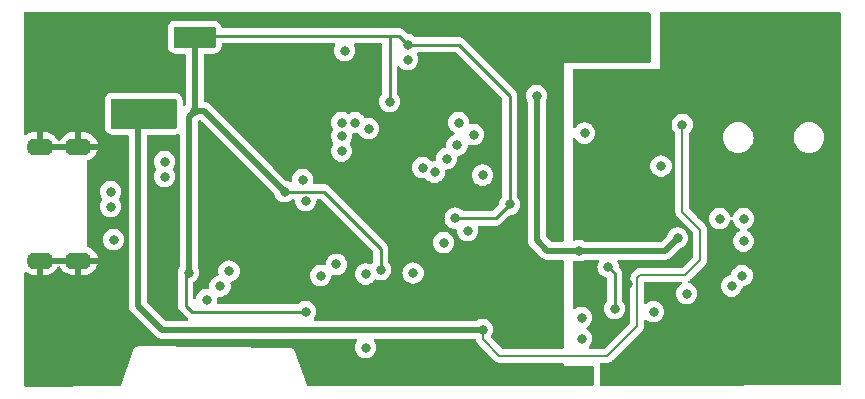
<source format=gbr>
%TF.GenerationSoftware,KiCad,Pcbnew,(6.0.0)*%
%TF.CreationDate,2022-03-10T17:49:04+08:00*%
%TF.ProjectId,st_usbAudioV1_demo,73745f75-7362-4417-9564-696f56315f64,rev?*%
%TF.SameCoordinates,Original*%
%TF.FileFunction,Copper,L2,Inr*%
%TF.FilePolarity,Positive*%
%FSLAX46Y46*%
G04 Gerber Fmt 4.6, Leading zero omitted, Abs format (unit mm)*
G04 Created by KiCad (PCBNEW (6.0.0)) date 2022-03-10 17:49:04*
%MOMM*%
%LPD*%
G01*
G04 APERTURE LIST*
%TA.AperFunction,ComponentPad*%
%ADD10O,2.300000X1.400000*%
%TD*%
%TA.AperFunction,ViaPad*%
%ADD11C,0.800000*%
%TD*%
%TA.AperFunction,ViaPad*%
%ADD12C,3.600000*%
%TD*%
%TA.AperFunction,Conductor*%
%ADD13C,0.500000*%
%TD*%
%TA.AperFunction,Conductor*%
%ADD14C,0.150000*%
%TD*%
%TA.AperFunction,Conductor*%
%ADD15C,0.250000*%
%TD*%
G04 APERTURE END LIST*
D10*
%TO.N,GND*%
%TO.C,U8*%
X122088350Y-79074000D03*
X118811750Y-79074000D03*
X122088350Y-69422000D03*
X118811750Y-69422000D03*
%TD*%
D11*
%TO.N,GNDA*%
X173228000Y-84328000D03*
X180594000Y-86360000D03*
X183642000Y-75438000D03*
X184150000Y-76962000D03*
X184150000Y-79248000D03*
X184150000Y-81788000D03*
X182880000Y-84074000D03*
X178816000Y-87630000D03*
X176530000Y-88138000D03*
X173228000Y-88138000D03*
X173228000Y-86360000D03*
X168656000Y-81026000D03*
%TO.N,GND*%
X129286000Y-81788000D03*
%TO.N,+5V*%
X127106000Y-66882000D03*
X129632000Y-66476000D03*
X173228000Y-67564000D03*
X156316000Y-84916000D03*
X125582000Y-66882000D03*
%TO.N,GND*%
X152252000Y-79328000D03*
D12*
X120000000Y-87500000D03*
D11*
X146918000Y-73232000D03*
X146664000Y-71708000D03*
X145394000Y-72978000D03*
X140822000Y-81360000D03*
D12*
X120000000Y-60500000D03*
D11*
X157332000Y-62056000D03*
X157078000Y-78058000D03*
X151744000Y-65612000D03*
X158856000Y-62056000D03*
X148188000Y-72216000D03*
X150220000Y-65612000D03*
X139298000Y-75518000D03*
X159766000Y-70612000D03*
X132694000Y-79074000D03*
X154792000Y-71200000D03*
X159618000Y-68660000D03*
X145648000Y-74248000D03*
%TO.N,/BOOT0*%
X142600000Y-80344000D03*
%TO.N,/NRST*%
X146410000Y-86440000D03*
X155046000Y-76534000D03*
%TO.N,+3V3*%
X132008000Y-60100000D03*
X148442000Y-65612000D03*
X153997000Y-75485000D03*
X125074000Y-77296000D03*
X158602000Y-74314000D03*
X141330000Y-83392000D03*
X132948000Y-60024000D03*
X131932000Y-66374000D03*
X149966000Y-60786000D03*
X131424000Y-80090000D03*
X139552000Y-73232000D03*
X130916000Y-60024000D03*
X147680000Y-79836000D03*
%TO.N,Net-(C10-Pad1)*%
X150435852Y-80128148D03*
%TO.N,Net-(C11-Pad1)*%
X153014000Y-77550000D03*
%TO.N,+3.3VA*%
X167492000Y-83138000D03*
X160888000Y-65104000D03*
X166951000Y-79615000D03*
X172826000Y-77169000D03*
X164444000Y-78236000D03*
%TO.N,/USR*%
X144632000Y-61294000D03*
%TO.N,Net-(C21-Pad2)*%
X149966000Y-62056000D03*
D12*
%TO.N,GNDA*%
X184000000Y-60500000D03*
D11*
X166984000Y-68279000D03*
X176509000Y-77550000D03*
D12*
X184000000Y-87500000D03*
D11*
X171810000Y-67898000D03*
X181970000Y-78058000D03*
X175874000Y-80598000D03*
X169016000Y-70692000D03*
X165714000Y-72978000D03*
X180446000Y-81360000D03*
X172318000Y-62818000D03*
X164444000Y-63326000D03*
%TO.N,Net-(C24-Pad2)*%
X173588000Y-81868000D03*
X171429000Y-71073000D03*
%TO.N,Net-(C27-Pad2)*%
X164952000Y-68279000D03*
%TO.N,Net-(C31-Pad2)*%
X178414000Y-77423000D03*
%TO.N,Net-(C33-Pad1)*%
X176382000Y-75518000D03*
%TO.N,/SWDIO*%
X141076000Y-72216000D03*
%TO.N,/SWCLK*%
X141330000Y-73994000D03*
%TO.N,/TX1*%
X144378000Y-67390000D03*
%TO.N,/LCD_CS*%
X132948000Y-82376000D03*
%TO.N,/LCD_CLK*%
X152252000Y-71581000D03*
%TO.N,/LCD_MOSI*%
X151236000Y-71200000D03*
%TO.N,/LCD_RS*%
X134853000Y-79963000D03*
%TO.N,/LCD_RST*%
X134091000Y-81233000D03*
%TO.N,Net-(C33-Pad2)*%
X178414000Y-75518000D03*
%TO.N,/USB1_D+*%
X129392000Y-71962000D03*
%TO.N,/USB1_D-*%
X129392000Y-70692000D03*
%TO.N,/SCL*%
X146410000Y-80217000D03*
X143933000Y-79392000D03*
%TO.N,/UVP*%
X170794000Y-83407200D03*
X177398000Y-81233000D03*
%TO.N,Net-(R22-Pad1)*%
X178287000Y-80344000D03*
%TO.N,/SDIN*%
X153268000Y-70438000D03*
X144378000Y-69803000D03*
%TO.N,/SDOUT*%
X144378000Y-68533000D03*
X154157000Y-69295000D03*
%TO.N,/BCLK*%
X155554000Y-68406000D03*
X145521000Y-67390000D03*
%TO.N,/LRCK*%
X154284000Y-67390000D03*
X146664000Y-67898000D03*
%TO.N,Net-(C8-Pad1)*%
X164698000Y-85678000D03*
X164698000Y-83900000D03*
%TO.N,Net-(R3-Pad2)*%
X124820000Y-74502000D03*
%TO.N,Net-(R4-Pad2)*%
X124820000Y-73232000D03*
%TO.N,Net-(U4-Pad11)*%
X156316000Y-71835000D03*
%TD*%
D13*
%TO.N,+3.3VA*%
X161802000Y-78236000D02*
X160888000Y-77322000D01*
X164444000Y-78236000D02*
X161802000Y-78236000D01*
X160888000Y-77322000D02*
X160888000Y-65104000D01*
%TO.N,+5V*%
X155300000Y-84916000D02*
X156316000Y-84916000D01*
D14*
X169418000Y-84582000D02*
X166878000Y-87122000D01*
X169418000Y-80518000D02*
X169418000Y-84582000D01*
D13*
X129138000Y-84916000D02*
X155300000Y-84916000D01*
X127106000Y-82884000D02*
X129138000Y-84916000D01*
D14*
X169672000Y-80264000D02*
X169418000Y-80518000D01*
X157734000Y-87122000D02*
X156316000Y-85704000D01*
X173482000Y-80264000D02*
X169672000Y-80264000D01*
D13*
X127106000Y-66882000D02*
X127106000Y-82884000D01*
D14*
X173228000Y-74930000D02*
X174752000Y-76454000D01*
X156316000Y-85704000D02*
X156316000Y-84916000D01*
X174752000Y-78994000D02*
X173482000Y-80264000D01*
X174752000Y-76454000D02*
X174752000Y-78994000D01*
X173228000Y-67564000D02*
X173228000Y-74930000D01*
X166878000Y-87122000D02*
X157734000Y-87122000D01*
D15*
%TO.N,+3V3*%
X147680000Y-79836000D02*
X147680000Y-78058000D01*
D13*
X139552000Y-73232000D02*
X132694000Y-66374000D01*
D15*
X148442000Y-60024000D02*
X149204000Y-60024000D01*
X157431000Y-75485000D02*
X153997000Y-75485000D01*
X132948000Y-60024000D02*
X148442000Y-60024000D01*
X154284000Y-60786000D02*
X149966000Y-60786000D01*
X147680000Y-78058000D02*
X142854000Y-73232000D01*
X158602000Y-74314000D02*
X158602000Y-65104000D01*
X148442000Y-65612000D02*
X148442000Y-60024000D01*
X141330000Y-83392000D02*
X131678000Y-83392000D01*
X158602000Y-74314000D02*
X157431000Y-75485000D01*
X131170000Y-80344000D02*
X131424000Y-80090000D01*
X131170000Y-82884000D02*
X131170000Y-80344000D01*
D13*
X132694000Y-66374000D02*
X131932000Y-66374000D01*
X131424000Y-66882000D02*
X131932000Y-66374000D01*
D15*
X131678000Y-83392000D02*
X131170000Y-82884000D01*
X158602000Y-65104000D02*
X154284000Y-60786000D01*
X131932000Y-60176000D02*
X132008000Y-60100000D01*
D13*
X131932000Y-66374000D02*
X131932000Y-60176000D01*
D15*
X142854000Y-73232000D02*
X139552000Y-73232000D01*
X149204000Y-60024000D02*
X149966000Y-60786000D01*
D13*
X131424000Y-80090000D02*
X131424000Y-66882000D01*
D15*
%TO.N,+3.3VA*%
X167492000Y-80156000D02*
X166951000Y-79615000D01*
X167492000Y-83138000D02*
X167492000Y-80156000D01*
D13*
X164444000Y-78236000D02*
X171759000Y-78236000D01*
X171759000Y-78236000D02*
X172826000Y-77169000D01*
%TD*%
%TA.AperFunction,Conductor*%
%TO.N,GND*%
G36*
X170482121Y-58078002D02*
G01*
X170528614Y-58131658D01*
X170540000Y-58184000D01*
X170540000Y-62184000D01*
X170519998Y-62252121D01*
X170466342Y-62298614D01*
X170414000Y-62310000D01*
X163174000Y-62310000D01*
X163174000Y-77351500D01*
X163153998Y-77419621D01*
X163100342Y-77466114D01*
X163048000Y-77477500D01*
X162168371Y-77477500D01*
X162100250Y-77457498D01*
X162079276Y-77440595D01*
X161683405Y-77044724D01*
X161649379Y-76982412D01*
X161646500Y-76955629D01*
X161646500Y-65640999D01*
X161663381Y-65577999D01*
X161719223Y-65481279D01*
X161719224Y-65481278D01*
X161722527Y-65475556D01*
X161781542Y-65293928D01*
X161801504Y-65104000D01*
X161791005Y-65004110D01*
X161782232Y-64920635D01*
X161782232Y-64920633D01*
X161781542Y-64914072D01*
X161722527Y-64732444D01*
X161711092Y-64712637D01*
X161630341Y-64572774D01*
X161627040Y-64567056D01*
X161499253Y-64425134D01*
X161344752Y-64312882D01*
X161338724Y-64310198D01*
X161338722Y-64310197D01*
X161176319Y-64237891D01*
X161176318Y-64237891D01*
X161170288Y-64235206D01*
X161076888Y-64215353D01*
X160989944Y-64196872D01*
X160989939Y-64196872D01*
X160983487Y-64195500D01*
X160792513Y-64195500D01*
X160786061Y-64196872D01*
X160786056Y-64196872D01*
X160699112Y-64215353D01*
X160605712Y-64235206D01*
X160599682Y-64237891D01*
X160599681Y-64237891D01*
X160437278Y-64310197D01*
X160437276Y-64310198D01*
X160431248Y-64312882D01*
X160276747Y-64425134D01*
X160148960Y-64567056D01*
X160145659Y-64572774D01*
X160064909Y-64712637D01*
X160053473Y-64732444D01*
X159994458Y-64914072D01*
X159993768Y-64920633D01*
X159993768Y-64920635D01*
X159984995Y-65004110D01*
X159974496Y-65104000D01*
X159994458Y-65293928D01*
X160053473Y-65475556D01*
X160056776Y-65481278D01*
X160056777Y-65481279D01*
X160112619Y-65577999D01*
X160129500Y-65640999D01*
X160129500Y-77254930D01*
X160128067Y-77273880D01*
X160124801Y-77295349D01*
X160125394Y-77302641D01*
X160125394Y-77302644D01*
X160129085Y-77348018D01*
X160129500Y-77358233D01*
X160129500Y-77366293D01*
X160129925Y-77369937D01*
X160132789Y-77394507D01*
X160133222Y-77398882D01*
X160136964Y-77444882D01*
X160139140Y-77471637D01*
X160141396Y-77478601D01*
X160142587Y-77484560D01*
X160143971Y-77490415D01*
X160144818Y-77497681D01*
X160169735Y-77566327D01*
X160171152Y-77570455D01*
X160185856Y-77615842D01*
X160193649Y-77639899D01*
X160197445Y-77646154D01*
X160199951Y-77651628D01*
X160202670Y-77657058D01*
X160205167Y-77663937D01*
X160209180Y-77670057D01*
X160209180Y-77670058D01*
X160245186Y-77724976D01*
X160247523Y-77728680D01*
X160285405Y-77791107D01*
X160289121Y-77795315D01*
X160289122Y-77795316D01*
X160292803Y-77799484D01*
X160292776Y-77799508D01*
X160295429Y-77802500D01*
X160298132Y-77805733D01*
X160302144Y-77811852D01*
X160345136Y-77852579D01*
X160358383Y-77865128D01*
X160360825Y-77867506D01*
X161218230Y-78724911D01*
X161230616Y-78739323D01*
X161239149Y-78750918D01*
X161239154Y-78750923D01*
X161243492Y-78756818D01*
X161249070Y-78761557D01*
X161249073Y-78761560D01*
X161283768Y-78791035D01*
X161291284Y-78797965D01*
X161296979Y-78803660D01*
X161299861Y-78805940D01*
X161319251Y-78821281D01*
X161322655Y-78824072D01*
X161365856Y-78860774D01*
X161378285Y-78871333D01*
X161384801Y-78874661D01*
X161389850Y-78878028D01*
X161394979Y-78881195D01*
X161400716Y-78885734D01*
X161466875Y-78916655D01*
X161470769Y-78918558D01*
X161535808Y-78951769D01*
X161542916Y-78953508D01*
X161548559Y-78955607D01*
X161554322Y-78957524D01*
X161560950Y-78960622D01*
X161568112Y-78962112D01*
X161568113Y-78962112D01*
X161632412Y-78975486D01*
X161636696Y-78976456D01*
X161707610Y-78993808D01*
X161713212Y-78994156D01*
X161713215Y-78994156D01*
X161718764Y-78994500D01*
X161718762Y-78994536D01*
X161722755Y-78994775D01*
X161726947Y-78995149D01*
X161734115Y-78996640D01*
X161811520Y-78994546D01*
X161814928Y-78994500D01*
X163048000Y-78994500D01*
X163116121Y-79014502D01*
X163162614Y-79068158D01*
X163174000Y-79120500D01*
X163174000Y-86412500D01*
X163153998Y-86480621D01*
X163100342Y-86527114D01*
X163048000Y-86538500D01*
X158027884Y-86538500D01*
X157959763Y-86518498D01*
X157938794Y-86501600D01*
X157061247Y-85624054D01*
X157027223Y-85561743D01*
X157032287Y-85490928D01*
X157048407Y-85460899D01*
X157050620Y-85457853D01*
X157055040Y-85452944D01*
X157150527Y-85287556D01*
X157209542Y-85105928D01*
X157229504Y-84916000D01*
X157218280Y-84809206D01*
X157210232Y-84732635D01*
X157210232Y-84732633D01*
X157209542Y-84726072D01*
X157150527Y-84544444D01*
X157055040Y-84379056D01*
X157020150Y-84340306D01*
X156931675Y-84242045D01*
X156931674Y-84242044D01*
X156927253Y-84237134D01*
X156814287Y-84155059D01*
X156778094Y-84128763D01*
X156778093Y-84128762D01*
X156772752Y-84124882D01*
X156766724Y-84122198D01*
X156766722Y-84122197D01*
X156604319Y-84049891D01*
X156604318Y-84049891D01*
X156598288Y-84047206D01*
X156496170Y-84025500D01*
X156417944Y-84008872D01*
X156417939Y-84008872D01*
X156411487Y-84007500D01*
X156220513Y-84007500D01*
X156214061Y-84008872D01*
X156214056Y-84008872D01*
X156135830Y-84025500D01*
X156033712Y-84047206D01*
X156027682Y-84049891D01*
X156027681Y-84049891D01*
X155865278Y-84122197D01*
X155865276Y-84122198D01*
X155859248Y-84124882D01*
X155853909Y-84128761D01*
X155853902Y-84128765D01*
X155847472Y-84133437D01*
X155773413Y-84157500D01*
X142146247Y-84157500D01*
X142078126Y-84137498D01*
X142031633Y-84083842D01*
X142021529Y-84013568D01*
X142052610Y-83947192D01*
X142069040Y-83928944D01*
X142144053Y-83799018D01*
X142161223Y-83769279D01*
X142161224Y-83769278D01*
X142164527Y-83763556D01*
X142223542Y-83581928D01*
X142243504Y-83392000D01*
X142231245Y-83275362D01*
X142224232Y-83208635D01*
X142224232Y-83208633D01*
X142223542Y-83202072D01*
X142164527Y-83020444D01*
X142154652Y-83003339D01*
X142091500Y-82893958D01*
X142069040Y-82855056D01*
X141989254Y-82766444D01*
X141945675Y-82718045D01*
X141945674Y-82718044D01*
X141941253Y-82713134D01*
X141786752Y-82600882D01*
X141780724Y-82598198D01*
X141780722Y-82598197D01*
X141618319Y-82525891D01*
X141618318Y-82525891D01*
X141612288Y-82523206D01*
X141518888Y-82503353D01*
X141431944Y-82484872D01*
X141431939Y-82484872D01*
X141425487Y-82483500D01*
X141234513Y-82483500D01*
X141228061Y-82484872D01*
X141228056Y-82484872D01*
X141141112Y-82503353D01*
X141047712Y-82523206D01*
X141041682Y-82525891D01*
X141041681Y-82525891D01*
X140879278Y-82598197D01*
X140879276Y-82598198D01*
X140873248Y-82600882D01*
X140718747Y-82713134D01*
X140714332Y-82718037D01*
X140709420Y-82722460D01*
X140708295Y-82721211D01*
X140654986Y-82754051D01*
X140621800Y-82758500D01*
X133952395Y-82758500D01*
X133884274Y-82738498D01*
X133837781Y-82684842D01*
X133827677Y-82614568D01*
X133832563Y-82593562D01*
X133839502Y-82572208D01*
X133839503Y-82572203D01*
X133841542Y-82565928D01*
X133843804Y-82544412D01*
X133860814Y-82382565D01*
X133861504Y-82376000D01*
X133851275Y-82278680D01*
X133864047Y-82208844D01*
X133912549Y-82156997D01*
X133981381Y-82139602D01*
X133989223Y-82140163D01*
X133995513Y-82141500D01*
X134186487Y-82141500D01*
X134192939Y-82140128D01*
X134192944Y-82140128D01*
X134279888Y-82121647D01*
X134373288Y-82101794D01*
X134379319Y-82099109D01*
X134541722Y-82026803D01*
X134541724Y-82026802D01*
X134547752Y-82024118D01*
X134566181Y-82010729D01*
X134695386Y-81916855D01*
X134702253Y-81911866D01*
X134772231Y-81834148D01*
X134825621Y-81774852D01*
X134825622Y-81774851D01*
X134830040Y-81769944D01*
X134925527Y-81604556D01*
X134984542Y-81422928D01*
X134986936Y-81400156D01*
X135003814Y-81239565D01*
X135003814Y-81239564D01*
X135004504Y-81233000D01*
X135003814Y-81226435D01*
X134985233Y-81049642D01*
X134985232Y-81049635D01*
X134984542Y-81043072D01*
X134973310Y-81008504D01*
X134971282Y-80937538D01*
X135007944Y-80876740D01*
X135066945Y-80846322D01*
X135128824Y-80833169D01*
X135128833Y-80833166D01*
X135135288Y-80831794D01*
X135182224Y-80810897D01*
X135303722Y-80756803D01*
X135303724Y-80756802D01*
X135309752Y-80754118D01*
X135317858Y-80748229D01*
X135411550Y-80680157D01*
X135464253Y-80641866D01*
X135482837Y-80621226D01*
X135587621Y-80504852D01*
X135587622Y-80504851D01*
X135592040Y-80499944D01*
X135670409Y-80364206D01*
X135682075Y-80344000D01*
X141686496Y-80344000D01*
X141687186Y-80350565D01*
X141704863Y-80518749D01*
X141706458Y-80533928D01*
X141765473Y-80715556D01*
X141860960Y-80880944D01*
X141988747Y-81022866D01*
X142025601Y-81049642D01*
X142128122Y-81124128D01*
X142143248Y-81135118D01*
X142149276Y-81137802D01*
X142149278Y-81137803D01*
X142311681Y-81210109D01*
X142317712Y-81212794D01*
X142381888Y-81226435D01*
X142498056Y-81251128D01*
X142498061Y-81251128D01*
X142504513Y-81252500D01*
X142695487Y-81252500D01*
X142701939Y-81251128D01*
X142701944Y-81251128D01*
X142818112Y-81226435D01*
X142882288Y-81212794D01*
X142888319Y-81210109D01*
X143050722Y-81137803D01*
X143050724Y-81137802D01*
X143056752Y-81135118D01*
X143071879Y-81124128D01*
X143174399Y-81049642D01*
X143211253Y-81022866D01*
X143339040Y-80880944D01*
X143434527Y-80715556D01*
X143493542Y-80533928D01*
X143495138Y-80518749D01*
X143510429Y-80373257D01*
X143537442Y-80307600D01*
X143595664Y-80266970D01*
X143661936Y-80263180D01*
X143831056Y-80299128D01*
X143831061Y-80299128D01*
X143837513Y-80300500D01*
X144028487Y-80300500D01*
X144034939Y-80299128D01*
X144034944Y-80299128D01*
X144125270Y-80279928D01*
X144215288Y-80260794D01*
X144293565Y-80225943D01*
X144383722Y-80185803D01*
X144383724Y-80185802D01*
X144389752Y-80183118D01*
X144544253Y-80070866D01*
X144548997Y-80065597D01*
X144667621Y-79933852D01*
X144667622Y-79933851D01*
X144672040Y-79928944D01*
X144767527Y-79763556D01*
X144826542Y-79581928D01*
X144840484Y-79449282D01*
X144845814Y-79398565D01*
X144846504Y-79392000D01*
X144841134Y-79340911D01*
X144827232Y-79208635D01*
X144827232Y-79208633D01*
X144826542Y-79202072D01*
X144767527Y-79020444D01*
X144764097Y-79014502D01*
X144708705Y-78918561D01*
X144672040Y-78855056D01*
X144650728Y-78831386D01*
X144548675Y-78718045D01*
X144548674Y-78718044D01*
X144544253Y-78713134D01*
X144417559Y-78621085D01*
X144395094Y-78604763D01*
X144395093Y-78604762D01*
X144389752Y-78600882D01*
X144383724Y-78598198D01*
X144383722Y-78598197D01*
X144221319Y-78525891D01*
X144221318Y-78525891D01*
X144215288Y-78523206D01*
X144121888Y-78503353D01*
X144034944Y-78484872D01*
X144034939Y-78484872D01*
X144028487Y-78483500D01*
X143837513Y-78483500D01*
X143831061Y-78484872D01*
X143831056Y-78484872D01*
X143744112Y-78503353D01*
X143650712Y-78523206D01*
X143644682Y-78525891D01*
X143644681Y-78525891D01*
X143482278Y-78598197D01*
X143482276Y-78598198D01*
X143476248Y-78600882D01*
X143470907Y-78604762D01*
X143470906Y-78604763D01*
X143448441Y-78621085D01*
X143321747Y-78713134D01*
X143317326Y-78718044D01*
X143317325Y-78718045D01*
X143215273Y-78831386D01*
X143193960Y-78855056D01*
X143157295Y-78918561D01*
X143101904Y-79014502D01*
X143098473Y-79020444D01*
X143039458Y-79202072D01*
X143038768Y-79208633D01*
X143038768Y-79208635D01*
X143022571Y-79362743D01*
X142995558Y-79428400D01*
X142937336Y-79469030D01*
X142871064Y-79472820D01*
X142701944Y-79436872D01*
X142701939Y-79436872D01*
X142695487Y-79435500D01*
X142504513Y-79435500D01*
X142498061Y-79436872D01*
X142498056Y-79436872D01*
X142416570Y-79454193D01*
X142317712Y-79475206D01*
X142311682Y-79477891D01*
X142311681Y-79477891D01*
X142149278Y-79550197D01*
X142149276Y-79550198D01*
X142143248Y-79552882D01*
X142137907Y-79556762D01*
X142137906Y-79556763D01*
X142090172Y-79591444D01*
X141988747Y-79665134D01*
X141984326Y-79670044D01*
X141984325Y-79670045D01*
X141894975Y-79769279D01*
X141860960Y-79807056D01*
X141846190Y-79832638D01*
X141770926Y-79963000D01*
X141765473Y-79972444D01*
X141706458Y-80154072D01*
X141705768Y-80160633D01*
X141705768Y-80160635D01*
X141688149Y-80328271D01*
X141686496Y-80344000D01*
X135682075Y-80344000D01*
X135684223Y-80340279D01*
X135684224Y-80340278D01*
X135687527Y-80334556D01*
X135746542Y-80152928D01*
X135748457Y-80134713D01*
X135765814Y-79969565D01*
X135766504Y-79963000D01*
X135760580Y-79906635D01*
X135747232Y-79779635D01*
X135747232Y-79779633D01*
X135746542Y-79773072D01*
X135687527Y-79591444D01*
X135667647Y-79557010D01*
X135608285Y-79454193D01*
X135592040Y-79426056D01*
X135559943Y-79390408D01*
X135468675Y-79289045D01*
X135468674Y-79289044D01*
X135464253Y-79284134D01*
X135309752Y-79171882D01*
X135303724Y-79169198D01*
X135303722Y-79169197D01*
X135141319Y-79096891D01*
X135141318Y-79096891D01*
X135135288Y-79094206D01*
X135041888Y-79074353D01*
X134954944Y-79055872D01*
X134954939Y-79055872D01*
X134948487Y-79054500D01*
X134757513Y-79054500D01*
X134751061Y-79055872D01*
X134751056Y-79055872D01*
X134664112Y-79074353D01*
X134570712Y-79094206D01*
X134564682Y-79096891D01*
X134564681Y-79096891D01*
X134402278Y-79169197D01*
X134402276Y-79169198D01*
X134396248Y-79171882D01*
X134241747Y-79284134D01*
X134237326Y-79289044D01*
X134237325Y-79289045D01*
X134146058Y-79390408D01*
X134113960Y-79426056D01*
X134097715Y-79454193D01*
X134038354Y-79557010D01*
X134018473Y-79591444D01*
X133959458Y-79773072D01*
X133958768Y-79779633D01*
X133958768Y-79779635D01*
X133945420Y-79906635D01*
X133939496Y-79963000D01*
X133940186Y-79969565D01*
X133958733Y-80146029D01*
X133959458Y-80152928D01*
X133970690Y-80187496D01*
X133972718Y-80258462D01*
X133936056Y-80319260D01*
X133877055Y-80349678D01*
X133815176Y-80362831D01*
X133815167Y-80362834D01*
X133808712Y-80364206D01*
X133802682Y-80366891D01*
X133802681Y-80366891D01*
X133640278Y-80439197D01*
X133640276Y-80439198D01*
X133634248Y-80441882D01*
X133628907Y-80445762D01*
X133628906Y-80445763D01*
X133607169Y-80461556D01*
X133479747Y-80554134D01*
X133475326Y-80559044D01*
X133475325Y-80559045D01*
X133366276Y-80680157D01*
X133351960Y-80696056D01*
X133309923Y-80768866D01*
X133264524Y-80847500D01*
X133256473Y-80861444D01*
X133197458Y-81043072D01*
X133196768Y-81049633D01*
X133196768Y-81049635D01*
X133178186Y-81226435D01*
X133177496Y-81233000D01*
X133187725Y-81330320D01*
X133174953Y-81400156D01*
X133126451Y-81452003D01*
X133057619Y-81469398D01*
X133049777Y-81468837D01*
X133043487Y-81467500D01*
X132852513Y-81467500D01*
X132846061Y-81468872D01*
X132846056Y-81468872D01*
X132759112Y-81487353D01*
X132665712Y-81507206D01*
X132659682Y-81509891D01*
X132659681Y-81509891D01*
X132497278Y-81582197D01*
X132497276Y-81582198D01*
X132491248Y-81584882D01*
X132485907Y-81588762D01*
X132485906Y-81588763D01*
X132464169Y-81604556D01*
X132336747Y-81697134D01*
X132332326Y-81702044D01*
X132332325Y-81702045D01*
X132276958Y-81763537D01*
X132208960Y-81839056D01*
X132113473Y-82004444D01*
X132054458Y-82186072D01*
X132053768Y-82192636D01*
X132052746Y-82197444D01*
X132019018Y-82259917D01*
X131956868Y-82294238D01*
X131886029Y-82289509D01*
X131828992Y-82247233D01*
X131803865Y-82180832D01*
X131803500Y-82171246D01*
X131803500Y-80997339D01*
X131823502Y-80929218D01*
X131870180Y-80889153D01*
X131868999Y-80887107D01*
X131874722Y-80883803D01*
X131880752Y-80881118D01*
X131899181Y-80867729D01*
X131952336Y-80829109D01*
X132035253Y-80768866D01*
X132074732Y-80725020D01*
X132158621Y-80631852D01*
X132158622Y-80631851D01*
X132163040Y-80626944D01*
X132258527Y-80461556D01*
X132317542Y-80279928D01*
X132318982Y-80266232D01*
X132336814Y-80096565D01*
X132337504Y-80090000D01*
X132336814Y-80083435D01*
X132318232Y-79906635D01*
X132318232Y-79906633D01*
X132317542Y-79900072D01*
X132258527Y-79718444D01*
X132199381Y-79616000D01*
X132182500Y-79553001D01*
X132182500Y-67338773D01*
X132202502Y-67270652D01*
X132257250Y-67223667D01*
X132326029Y-67193044D01*
X132396396Y-67183609D01*
X132460694Y-67213715D01*
X132466374Y-67219055D01*
X138631875Y-73384556D01*
X138662613Y-73434714D01*
X138717473Y-73603556D01*
X138720776Y-73609278D01*
X138720777Y-73609279D01*
X138748252Y-73656866D01*
X138812960Y-73768944D01*
X138817375Y-73773847D01*
X138817379Y-73773852D01*
X138856095Y-73816850D01*
X138940747Y-73910866D01*
X139015333Y-73965056D01*
X139064207Y-74000565D01*
X139095248Y-74023118D01*
X139101276Y-74025802D01*
X139101278Y-74025803D01*
X139263681Y-74098109D01*
X139269712Y-74100794D01*
X139363112Y-74120647D01*
X139450056Y-74139128D01*
X139450061Y-74139128D01*
X139456513Y-74140500D01*
X139647487Y-74140500D01*
X139653939Y-74139128D01*
X139653944Y-74139128D01*
X139740888Y-74120647D01*
X139834288Y-74100794D01*
X139840319Y-74098109D01*
X140002722Y-74025803D01*
X140002724Y-74025802D01*
X140008752Y-74023118D01*
X140039794Y-74000565D01*
X140154604Y-73917150D01*
X140163253Y-73910866D01*
X140167668Y-73905963D01*
X140172580Y-73901540D01*
X140173705Y-73902789D01*
X140227014Y-73869949D01*
X140260200Y-73865500D01*
X140291186Y-73865500D01*
X140359307Y-73885502D01*
X140405800Y-73939158D01*
X140416898Y-73990176D01*
X140416496Y-73994000D01*
X140417186Y-74000565D01*
X140431894Y-74140500D01*
X140436458Y-74183928D01*
X140495473Y-74365556D01*
X140590960Y-74530944D01*
X140718747Y-74672866D01*
X140873248Y-74785118D01*
X140879276Y-74787802D01*
X140879278Y-74787803D01*
X141021096Y-74850944D01*
X141047712Y-74862794D01*
X141141113Y-74882647D01*
X141228056Y-74901128D01*
X141228061Y-74901128D01*
X141234513Y-74902500D01*
X141425487Y-74902500D01*
X141431939Y-74901128D01*
X141431944Y-74901128D01*
X141518887Y-74882647D01*
X141612288Y-74862794D01*
X141638904Y-74850944D01*
X141780722Y-74787803D01*
X141780724Y-74787802D01*
X141786752Y-74785118D01*
X141941253Y-74672866D01*
X142069040Y-74530944D01*
X142164527Y-74365556D01*
X142223542Y-74183928D01*
X142228107Y-74140500D01*
X142242814Y-74000565D01*
X142243504Y-73994000D01*
X142243129Y-73990429D01*
X142262816Y-73923379D01*
X142316472Y-73876886D01*
X142368814Y-73865500D01*
X142539406Y-73865500D01*
X142607527Y-73885502D01*
X142628501Y-73902405D01*
X147009595Y-78283499D01*
X147043621Y-78345811D01*
X147046500Y-78372594D01*
X147046500Y-79133476D01*
X147026498Y-79201597D01*
X147014142Y-79217779D01*
X146940960Y-79299056D01*
X146924261Y-79327980D01*
X146872878Y-79376973D01*
X146803164Y-79390408D01*
X146763894Y-79380086D01*
X146698323Y-79350892D01*
X146698315Y-79350889D01*
X146692288Y-79348206D01*
X146594324Y-79327383D01*
X146511944Y-79309872D01*
X146511939Y-79309872D01*
X146505487Y-79308500D01*
X146314513Y-79308500D01*
X146308061Y-79309872D01*
X146308056Y-79309872D01*
X146225676Y-79327383D01*
X146127712Y-79348206D01*
X146121682Y-79350891D01*
X146121681Y-79350891D01*
X145959278Y-79423197D01*
X145959276Y-79423198D01*
X145953248Y-79425882D01*
X145947907Y-79429762D01*
X145947906Y-79429763D01*
X145926385Y-79445399D01*
X145798747Y-79538134D01*
X145794326Y-79543044D01*
X145794325Y-79543045D01*
X145695175Y-79653163D01*
X145670960Y-79680056D01*
X145620882Y-79766794D01*
X145580926Y-79836000D01*
X145575473Y-79845444D01*
X145516458Y-80027072D01*
X145515768Y-80033633D01*
X145515768Y-80033635D01*
X145500465Y-80179237D01*
X145496496Y-80217000D01*
X145497186Y-80223565D01*
X145507795Y-80324500D01*
X145516458Y-80406928D01*
X145575473Y-80588556D01*
X145670960Y-80753944D01*
X145675378Y-80758851D01*
X145675379Y-80758852D01*
X145794325Y-80890955D01*
X145798747Y-80895866D01*
X145897843Y-80967864D01*
X145937866Y-80996942D01*
X145953248Y-81008118D01*
X145959276Y-81010802D01*
X145959278Y-81010803D01*
X146121681Y-81083109D01*
X146127712Y-81085794D01*
X146221113Y-81105647D01*
X146308056Y-81124128D01*
X146308061Y-81124128D01*
X146314513Y-81125500D01*
X146505487Y-81125500D01*
X146511939Y-81124128D01*
X146511944Y-81124128D01*
X146598887Y-81105647D01*
X146692288Y-81085794D01*
X146698319Y-81083109D01*
X146860722Y-81010803D01*
X146860724Y-81010802D01*
X146866752Y-81008118D01*
X146882135Y-80996942D01*
X146922157Y-80967864D01*
X147021253Y-80895866D01*
X147025675Y-80890955D01*
X147144621Y-80758852D01*
X147144622Y-80758851D01*
X147149040Y-80753944D01*
X147165740Y-80725019D01*
X147217122Y-80676027D01*
X147286836Y-80662592D01*
X147326106Y-80672914D01*
X147391677Y-80702108D01*
X147391685Y-80702111D01*
X147397712Y-80704794D01*
X147491113Y-80724647D01*
X147578056Y-80743128D01*
X147578061Y-80743128D01*
X147584513Y-80744500D01*
X147775487Y-80744500D01*
X147781939Y-80743128D01*
X147781944Y-80743128D01*
X147868887Y-80724647D01*
X147962288Y-80704794D01*
X148017624Y-80680157D01*
X148130722Y-80629803D01*
X148130724Y-80629802D01*
X148136752Y-80627118D01*
X148291253Y-80514866D01*
X148319230Y-80483794D01*
X148414621Y-80377852D01*
X148414622Y-80377851D01*
X148419040Y-80372944D01*
X148505284Y-80223565D01*
X148511223Y-80213279D01*
X148511224Y-80213278D01*
X148514527Y-80207556D01*
X148540328Y-80128148D01*
X149522348Y-80128148D01*
X149523038Y-80134713D01*
X149540319Y-80299128D01*
X149542310Y-80318076D01*
X149601325Y-80499704D01*
X149696812Y-80665092D01*
X149701230Y-80669999D01*
X149701231Y-80670000D01*
X149790250Y-80768866D01*
X149824599Y-80807014D01*
X149860598Y-80833169D01*
X149926355Y-80880944D01*
X149979100Y-80919266D01*
X149985128Y-80921950D01*
X149985130Y-80921951D01*
X150147533Y-80994257D01*
X150153564Y-80996942D01*
X150218775Y-81010803D01*
X150333908Y-81035276D01*
X150333913Y-81035276D01*
X150340365Y-81036648D01*
X150531339Y-81036648D01*
X150537791Y-81035276D01*
X150537796Y-81035276D01*
X150652929Y-81010803D01*
X150718140Y-80996942D01*
X150724171Y-80994257D01*
X150886574Y-80921951D01*
X150886576Y-80921950D01*
X150892604Y-80919266D01*
X150945350Y-80880944D01*
X151011106Y-80833169D01*
X151047105Y-80807014D01*
X151081454Y-80768866D01*
X151170473Y-80670000D01*
X151170474Y-80669999D01*
X151174892Y-80665092D01*
X151270379Y-80499704D01*
X151329394Y-80318076D01*
X151331386Y-80299128D01*
X151348666Y-80134713D01*
X151349356Y-80128148D01*
X151343744Y-80074749D01*
X151330084Y-79944783D01*
X151330084Y-79944781D01*
X151329394Y-79938220D01*
X151270379Y-79756592D01*
X151254070Y-79728343D01*
X151206570Y-79646072D01*
X151174892Y-79591204D01*
X151131530Y-79543045D01*
X151051527Y-79454193D01*
X151051526Y-79454192D01*
X151047105Y-79449282D01*
X150927995Y-79362743D01*
X150897946Y-79340911D01*
X150897945Y-79340910D01*
X150892604Y-79337030D01*
X150886576Y-79334346D01*
X150886574Y-79334345D01*
X150724171Y-79262039D01*
X150724170Y-79262039D01*
X150718140Y-79259354D01*
X150624740Y-79239501D01*
X150537796Y-79221020D01*
X150537791Y-79221020D01*
X150531339Y-79219648D01*
X150340365Y-79219648D01*
X150333913Y-79221020D01*
X150333908Y-79221020D01*
X150246964Y-79239501D01*
X150153564Y-79259354D01*
X150147534Y-79262039D01*
X150147533Y-79262039D01*
X149985130Y-79334345D01*
X149985128Y-79334346D01*
X149979100Y-79337030D01*
X149973759Y-79340910D01*
X149973758Y-79340911D01*
X149943709Y-79362743D01*
X149824599Y-79449282D01*
X149820178Y-79454192D01*
X149820177Y-79454193D01*
X149740175Y-79543045D01*
X149696812Y-79591204D01*
X149665134Y-79646072D01*
X149617635Y-79728343D01*
X149601325Y-79756592D01*
X149542310Y-79938220D01*
X149541620Y-79944781D01*
X149541620Y-79944783D01*
X149527960Y-80074749D01*
X149522348Y-80128148D01*
X148540328Y-80128148D01*
X148573542Y-80025928D01*
X148581462Y-79950579D01*
X148592814Y-79842565D01*
X148593504Y-79836000D01*
X148584919Y-79754314D01*
X148574232Y-79652635D01*
X148574232Y-79652633D01*
X148573542Y-79646072D01*
X148514527Y-79464444D01*
X148419040Y-79299056D01*
X148345863Y-79217785D01*
X148315147Y-79153779D01*
X148313500Y-79133476D01*
X148313500Y-78136768D01*
X148314027Y-78125585D01*
X148315702Y-78118092D01*
X148315098Y-78098856D01*
X148313562Y-78050002D01*
X148313500Y-78046044D01*
X148313500Y-78018144D01*
X148312996Y-78014153D01*
X148312063Y-78002311D01*
X148311715Y-77991218D01*
X148310674Y-77958111D01*
X148308461Y-77950493D01*
X148305021Y-77938652D01*
X148301012Y-77919293D01*
X148300504Y-77915271D01*
X148298474Y-77899203D01*
X148295558Y-77891837D01*
X148295556Y-77891831D01*
X148282200Y-77858098D01*
X148278355Y-77846868D01*
X148268230Y-77812017D01*
X148268230Y-77812016D01*
X148266019Y-77804407D01*
X148255705Y-77786966D01*
X148247008Y-77769213D01*
X148242472Y-77757758D01*
X148239552Y-77750383D01*
X148213563Y-77714612D01*
X148207047Y-77704692D01*
X148188578Y-77673463D01*
X148184542Y-77666638D01*
X148170221Y-77652317D01*
X148157380Y-77637283D01*
X148150131Y-77627306D01*
X148145472Y-77620893D01*
X148111395Y-77592702D01*
X148102616Y-77584712D01*
X148067904Y-77550000D01*
X152100496Y-77550000D01*
X152101186Y-77556565D01*
X152118887Y-77724976D01*
X152120458Y-77739928D01*
X152179473Y-77921556D01*
X152182776Y-77927278D01*
X152182777Y-77927279D01*
X152189343Y-77938652D01*
X152274960Y-78086944D01*
X152279378Y-78091851D01*
X152279379Y-78091852D01*
X152379572Y-78203128D01*
X152402747Y-78228866D01*
X152557248Y-78341118D01*
X152563276Y-78343802D01*
X152563278Y-78343803D01*
X152679125Y-78395381D01*
X152731712Y-78418794D01*
X152825113Y-78438647D01*
X152912056Y-78457128D01*
X152912061Y-78457128D01*
X152918513Y-78458500D01*
X153109487Y-78458500D01*
X153115939Y-78457128D01*
X153115944Y-78457128D01*
X153202887Y-78438647D01*
X153296288Y-78418794D01*
X153348875Y-78395381D01*
X153464722Y-78343803D01*
X153464724Y-78343802D01*
X153470752Y-78341118D01*
X153625253Y-78228866D01*
X153648428Y-78203128D01*
X153748621Y-78091852D01*
X153748622Y-78091851D01*
X153753040Y-78086944D01*
X153838657Y-77938652D01*
X153845223Y-77927279D01*
X153845224Y-77927278D01*
X153848527Y-77921556D01*
X153907542Y-77739928D01*
X153909114Y-77724976D01*
X153926814Y-77556565D01*
X153927504Y-77550000D01*
X153916456Y-77444882D01*
X153908232Y-77366635D01*
X153908232Y-77366633D01*
X153907542Y-77360072D01*
X153848527Y-77178444D01*
X153753040Y-77013056D01*
X153673254Y-76924444D01*
X153629675Y-76876045D01*
X153629674Y-76876044D01*
X153625253Y-76871134D01*
X153470752Y-76758882D01*
X153464724Y-76756198D01*
X153464722Y-76756197D01*
X153302319Y-76683891D01*
X153302318Y-76683891D01*
X153296288Y-76681206D01*
X153202888Y-76661353D01*
X153115944Y-76642872D01*
X153115939Y-76642872D01*
X153109487Y-76641500D01*
X152918513Y-76641500D01*
X152912061Y-76642872D01*
X152912056Y-76642872D01*
X152825112Y-76661353D01*
X152731712Y-76681206D01*
X152725682Y-76683891D01*
X152725681Y-76683891D01*
X152563278Y-76756197D01*
X152563276Y-76756198D01*
X152557248Y-76758882D01*
X152402747Y-76871134D01*
X152398326Y-76876044D01*
X152398325Y-76876045D01*
X152354747Y-76924444D01*
X152274960Y-77013056D01*
X152179473Y-77178444D01*
X152120458Y-77360072D01*
X152119768Y-77366633D01*
X152119768Y-77366635D01*
X152111544Y-77444882D01*
X152100496Y-77550000D01*
X148067904Y-77550000D01*
X143357652Y-72839747D01*
X143350112Y-72831461D01*
X143346000Y-72824982D01*
X143296348Y-72778356D01*
X143293507Y-72775602D01*
X143273770Y-72755865D01*
X143270573Y-72753385D01*
X143261551Y-72745680D01*
X143259230Y-72743500D01*
X143229321Y-72715414D01*
X143222375Y-72711595D01*
X143222372Y-72711593D01*
X143211566Y-72705652D01*
X143195047Y-72694801D01*
X143189048Y-72690148D01*
X143179041Y-72682386D01*
X143171772Y-72679241D01*
X143171768Y-72679238D01*
X143138463Y-72664826D01*
X143127813Y-72659609D01*
X143089060Y-72638305D01*
X143079908Y-72635955D01*
X143069438Y-72633267D01*
X143050734Y-72626863D01*
X143039420Y-72621967D01*
X143039419Y-72621967D01*
X143032145Y-72618819D01*
X143024322Y-72617580D01*
X143024312Y-72617577D01*
X142988476Y-72611901D01*
X142976856Y-72609495D01*
X142941711Y-72600472D01*
X142941710Y-72600472D01*
X142934030Y-72598500D01*
X142913776Y-72598500D01*
X142894065Y-72596949D01*
X142881886Y-72595020D01*
X142874057Y-72593780D01*
X142866165Y-72594526D01*
X142830039Y-72597941D01*
X142818181Y-72598500D01*
X142080395Y-72598500D01*
X142012274Y-72578498D01*
X141965781Y-72524842D01*
X141955677Y-72454568D01*
X141960563Y-72433562D01*
X141967502Y-72412208D01*
X141967503Y-72412203D01*
X141969542Y-72405928D01*
X141972814Y-72374803D01*
X141988814Y-72222565D01*
X141988814Y-72222564D01*
X141989504Y-72216000D01*
X141978280Y-72109206D01*
X141970232Y-72032635D01*
X141970232Y-72032633D01*
X141969542Y-72026072D01*
X141910527Y-71844444D01*
X141905075Y-71835000D01*
X141818341Y-71684774D01*
X141815040Y-71679056D01*
X141735254Y-71590444D01*
X141691675Y-71542045D01*
X141691674Y-71542044D01*
X141687253Y-71537134D01*
X141532752Y-71424882D01*
X141526724Y-71422198D01*
X141526722Y-71422197D01*
X141364319Y-71349891D01*
X141364318Y-71349891D01*
X141358288Y-71347206D01*
X141263227Y-71327000D01*
X141177944Y-71308872D01*
X141177939Y-71308872D01*
X141171487Y-71307500D01*
X140980513Y-71307500D01*
X140974061Y-71308872D01*
X140974056Y-71308872D01*
X140888773Y-71327000D01*
X140793712Y-71347206D01*
X140787682Y-71349891D01*
X140787681Y-71349891D01*
X140625278Y-71422197D01*
X140625276Y-71422198D01*
X140619248Y-71424882D01*
X140464747Y-71537134D01*
X140460326Y-71542044D01*
X140460325Y-71542045D01*
X140416747Y-71590444D01*
X140336960Y-71679056D01*
X140333659Y-71684774D01*
X140246926Y-71835000D01*
X140241473Y-71844444D01*
X140182458Y-72026072D01*
X140181768Y-72032633D01*
X140181768Y-72032635D01*
X140173720Y-72109206D01*
X140162496Y-72216000D01*
X140167107Y-72259866D01*
X140172028Y-72306690D01*
X140159256Y-72376529D01*
X140110754Y-72428376D01*
X140041921Y-72445770D01*
X139995469Y-72434968D01*
X139840319Y-72365891D01*
X139840318Y-72365891D01*
X139834288Y-72363206D01*
X139827833Y-72361834D01*
X139827824Y-72361831D01*
X139771228Y-72349801D01*
X139708331Y-72315650D01*
X138592681Y-71200000D01*
X150322496Y-71200000D01*
X150323186Y-71206565D01*
X150340455Y-71370866D01*
X150342458Y-71389928D01*
X150401473Y-71571556D01*
X150404776Y-71577278D01*
X150404777Y-71577279D01*
X150409074Y-71584721D01*
X150496960Y-71736944D01*
X150501378Y-71741851D01*
X150501379Y-71741852D01*
X150527559Y-71770928D01*
X150624747Y-71878866D01*
X150711360Y-71941794D01*
X150748207Y-71968565D01*
X150779248Y-71991118D01*
X150785276Y-71993802D01*
X150785278Y-71993803D01*
X150872497Y-72032635D01*
X150953712Y-72068794D01*
X151047113Y-72088647D01*
X151134056Y-72107128D01*
X151134061Y-72107128D01*
X151140513Y-72108500D01*
X151331487Y-72108500D01*
X151337939Y-72107128D01*
X151337944Y-72107128D01*
X151405515Y-72092765D01*
X151476306Y-72098167D01*
X151525347Y-72131702D01*
X151640747Y-72259866D01*
X151717527Y-72315650D01*
X151782982Y-72363206D01*
X151795248Y-72372118D01*
X151801276Y-72374802D01*
X151801278Y-72374803D01*
X151949695Y-72440882D01*
X151969712Y-72449794D01*
X152063113Y-72469647D01*
X152150056Y-72488128D01*
X152150061Y-72488128D01*
X152156513Y-72489500D01*
X152347487Y-72489500D01*
X152353939Y-72488128D01*
X152353944Y-72488128D01*
X152440887Y-72469647D01*
X152534288Y-72449794D01*
X152554305Y-72440882D01*
X152702722Y-72374803D01*
X152702724Y-72374802D01*
X152708752Y-72372118D01*
X152721019Y-72363206D01*
X152786473Y-72315650D01*
X152863253Y-72259866D01*
X152902750Y-72216000D01*
X152986621Y-72122852D01*
X152986622Y-72122851D01*
X152991040Y-72117944D01*
X153077284Y-71968565D01*
X153083223Y-71958279D01*
X153083224Y-71958278D01*
X153086527Y-71952556D01*
X153124724Y-71835000D01*
X155402496Y-71835000D01*
X155403186Y-71841565D01*
X155419187Y-71993803D01*
X155422458Y-72024928D01*
X155481473Y-72206556D01*
X155484776Y-72212278D01*
X155484777Y-72212279D01*
X155490715Y-72222564D01*
X155576960Y-72371944D01*
X155581378Y-72376851D01*
X155581379Y-72376852D01*
X155632441Y-72433562D01*
X155704747Y-72513866D01*
X155753450Y-72549251D01*
X155853535Y-72621967D01*
X155859248Y-72626118D01*
X155865276Y-72628802D01*
X155865278Y-72628803D01*
X156027681Y-72701109D01*
X156033712Y-72703794D01*
X156127112Y-72723647D01*
X156214056Y-72742128D01*
X156214061Y-72742128D01*
X156220513Y-72743500D01*
X156411487Y-72743500D01*
X156417939Y-72742128D01*
X156417944Y-72742128D01*
X156504888Y-72723647D01*
X156598288Y-72703794D01*
X156604319Y-72701109D01*
X156766722Y-72628803D01*
X156766724Y-72628802D01*
X156772752Y-72626118D01*
X156778466Y-72621967D01*
X156878550Y-72549251D01*
X156927253Y-72513866D01*
X156999559Y-72433562D01*
X157050621Y-72376852D01*
X157050622Y-72376851D01*
X157055040Y-72371944D01*
X157141285Y-72222564D01*
X157147223Y-72212279D01*
X157147224Y-72212278D01*
X157150527Y-72206556D01*
X157209542Y-72024928D01*
X157212814Y-71993803D01*
X157228814Y-71841565D01*
X157229504Y-71835000D01*
X157209542Y-71645072D01*
X157150527Y-71463444D01*
X157055040Y-71298056D01*
X157005188Y-71242689D01*
X156931675Y-71161045D01*
X156931674Y-71161044D01*
X156927253Y-71156134D01*
X156799831Y-71063556D01*
X156778094Y-71047763D01*
X156778093Y-71047762D01*
X156772752Y-71043882D01*
X156766724Y-71041198D01*
X156766722Y-71041197D01*
X156604319Y-70968891D01*
X156604318Y-70968891D01*
X156598288Y-70966206D01*
X156501284Y-70945587D01*
X156417944Y-70927872D01*
X156417939Y-70927872D01*
X156411487Y-70926500D01*
X156220513Y-70926500D01*
X156214061Y-70927872D01*
X156214056Y-70927872D01*
X156130716Y-70945587D01*
X156033712Y-70966206D01*
X156027682Y-70968891D01*
X156027681Y-70968891D01*
X155865278Y-71041197D01*
X155865276Y-71041198D01*
X155859248Y-71043882D01*
X155853907Y-71047762D01*
X155853906Y-71047763D01*
X155832169Y-71063556D01*
X155704747Y-71156134D01*
X155700326Y-71161044D01*
X155700325Y-71161045D01*
X155626813Y-71242689D01*
X155576960Y-71298056D01*
X155481473Y-71463444D01*
X155422458Y-71645072D01*
X155402496Y-71835000D01*
X153124724Y-71835000D01*
X153145542Y-71770928D01*
X153147546Y-71751866D01*
X153164814Y-71587565D01*
X153165504Y-71581000D01*
X153160894Y-71537134D01*
X153155485Y-71485670D01*
X153168258Y-71415832D01*
X153216760Y-71363985D01*
X153280795Y-71346500D01*
X153363487Y-71346500D01*
X153369939Y-71345128D01*
X153369944Y-71345128D01*
X153456888Y-71326647D01*
X153550288Y-71306794D01*
X153617544Y-71276850D01*
X153718722Y-71231803D01*
X153718724Y-71231802D01*
X153724752Y-71229118D01*
X153755794Y-71206565D01*
X153830550Y-71152251D01*
X153879253Y-71116866D01*
X153918750Y-71073000D01*
X154002621Y-70979852D01*
X154002622Y-70979851D01*
X154007040Y-70974944D01*
X154091622Y-70828444D01*
X154099223Y-70815279D01*
X154099224Y-70815278D01*
X154102527Y-70809556D01*
X154161542Y-70627928D01*
X154164145Y-70603168D01*
X154180814Y-70444565D01*
X154181504Y-70438000D01*
X154176894Y-70394134D01*
X154170806Y-70336212D01*
X154183578Y-70266374D01*
X154232080Y-70214527D01*
X154269919Y-70199795D01*
X154332996Y-70186387D01*
X154439288Y-70163794D01*
X154469938Y-70150148D01*
X154607722Y-70088803D01*
X154607724Y-70088802D01*
X154613752Y-70086118D01*
X154632181Y-70072729D01*
X154730682Y-70001163D01*
X154768253Y-69973866D01*
X154896040Y-69831944D01*
X154954314Y-69731010D01*
X154988223Y-69672279D01*
X154988224Y-69672278D01*
X154991527Y-69666556D01*
X155050542Y-69484928D01*
X155055503Y-69437729D01*
X155063400Y-69362593D01*
X155090413Y-69296936D01*
X155148635Y-69256307D01*
X155219580Y-69253604D01*
X155239958Y-69260657D01*
X155265677Y-69272108D01*
X155265685Y-69272111D01*
X155271712Y-69274794D01*
X155335888Y-69288435D01*
X155452056Y-69313128D01*
X155452061Y-69313128D01*
X155458513Y-69314500D01*
X155649487Y-69314500D01*
X155655939Y-69313128D01*
X155655944Y-69313128D01*
X155772112Y-69288435D01*
X155836288Y-69274794D01*
X155855914Y-69266056D01*
X156004722Y-69199803D01*
X156004724Y-69199802D01*
X156010752Y-69197118D01*
X156165253Y-69084866D01*
X156293040Y-68942944D01*
X156388527Y-68777556D01*
X156447542Y-68595928D01*
X156449138Y-68580749D01*
X156466814Y-68412565D01*
X156467504Y-68406000D01*
X156466209Y-68393676D01*
X156448232Y-68222635D01*
X156448232Y-68222633D01*
X156447542Y-68216072D01*
X156388527Y-68034444D01*
X156293040Y-67869056D01*
X156205651Y-67772000D01*
X156169675Y-67732045D01*
X156169674Y-67732044D01*
X156165253Y-67727134D01*
X156010752Y-67614882D01*
X156004724Y-67612198D01*
X156004722Y-67612197D01*
X155842319Y-67539891D01*
X155842318Y-67539891D01*
X155836288Y-67537206D01*
X155742888Y-67517353D01*
X155655944Y-67498872D01*
X155655939Y-67498872D01*
X155649487Y-67497500D01*
X155458513Y-67497500D01*
X155452053Y-67498873D01*
X155452054Y-67498873D01*
X155349010Y-67520775D01*
X155278220Y-67515373D01*
X155221587Y-67472556D01*
X155197094Y-67405918D01*
X155196814Y-67397528D01*
X155196814Y-67396565D01*
X155197504Y-67390000D01*
X155196814Y-67383435D01*
X155178232Y-67206635D01*
X155178232Y-67206633D01*
X155177542Y-67200072D01*
X155118527Y-67018444D01*
X155023040Y-66853056D01*
X154895253Y-66711134D01*
X154740752Y-66598882D01*
X154734724Y-66596198D01*
X154734722Y-66596197D01*
X154572319Y-66523891D01*
X154572318Y-66523891D01*
X154566288Y-66521206D01*
X154472887Y-66501353D01*
X154385944Y-66482872D01*
X154385939Y-66482872D01*
X154379487Y-66481500D01*
X154188513Y-66481500D01*
X154182061Y-66482872D01*
X154182056Y-66482872D01*
X154095113Y-66501353D01*
X154001712Y-66521206D01*
X153995682Y-66523891D01*
X153995681Y-66523891D01*
X153833278Y-66596197D01*
X153833276Y-66596198D01*
X153827248Y-66598882D01*
X153672747Y-66711134D01*
X153544960Y-66853056D01*
X153449473Y-67018444D01*
X153390458Y-67200072D01*
X153389768Y-67206633D01*
X153389768Y-67206635D01*
X153371186Y-67383435D01*
X153370496Y-67390000D01*
X153371186Y-67396565D01*
X153385824Y-67535834D01*
X153390458Y-67579928D01*
X153449473Y-67761556D01*
X153544960Y-67926944D01*
X153672747Y-68068866D01*
X153771843Y-68140864D01*
X153808820Y-68167729D01*
X153827248Y-68181118D01*
X153833274Y-68183801D01*
X153833281Y-68183805D01*
X153867683Y-68199121D01*
X153921779Y-68245101D01*
X153942429Y-68313028D01*
X153923077Y-68381336D01*
X153867684Y-68429335D01*
X153706278Y-68501197D01*
X153706276Y-68501198D01*
X153700248Y-68503882D01*
X153694907Y-68507762D01*
X153694906Y-68507763D01*
X153669205Y-68526436D01*
X153545747Y-68616134D01*
X153541326Y-68621044D01*
X153541325Y-68621045D01*
X153443937Y-68729206D01*
X153417960Y-68758056D01*
X153322473Y-68923444D01*
X153263458Y-69105072D01*
X153262768Y-69111633D01*
X153262768Y-69111635D01*
X153244186Y-69288435D01*
X153243496Y-69295000D01*
X153244186Y-69301565D01*
X153254194Y-69396788D01*
X153241422Y-69466626D01*
X153192920Y-69518473D01*
X153155081Y-69533205D01*
X153092004Y-69546613D01*
X152985712Y-69569206D01*
X152979682Y-69571891D01*
X152979681Y-69571891D01*
X152817278Y-69644197D01*
X152817276Y-69644198D01*
X152811248Y-69646882D01*
X152805907Y-69650762D01*
X152805906Y-69650763D01*
X152784169Y-69666556D01*
X152656747Y-69759134D01*
X152652326Y-69764044D01*
X152652325Y-69764045D01*
X152607345Y-69814001D01*
X152528960Y-69901056D01*
X152487939Y-69972107D01*
X152442244Y-70051253D01*
X152433473Y-70066444D01*
X152374458Y-70248072D01*
X152373768Y-70254633D01*
X152373768Y-70254635D01*
X152365720Y-70331206D01*
X152354496Y-70438000D01*
X152355186Y-70444565D01*
X152364515Y-70533330D01*
X152351742Y-70603168D01*
X152303240Y-70655015D01*
X152239205Y-70672500D01*
X152156513Y-70672500D01*
X152150061Y-70673872D01*
X152150056Y-70673872D01*
X152082485Y-70688235D01*
X152011694Y-70682833D01*
X151962652Y-70649298D01*
X151949071Y-70634214D01*
X151847253Y-70521134D01*
X151732829Y-70438000D01*
X151698094Y-70412763D01*
X151698093Y-70412762D01*
X151692752Y-70408882D01*
X151686724Y-70406198D01*
X151686722Y-70406197D01*
X151524319Y-70333891D01*
X151524318Y-70333891D01*
X151518288Y-70331206D01*
X151424887Y-70311353D01*
X151337944Y-70292872D01*
X151337939Y-70292872D01*
X151331487Y-70291500D01*
X151140513Y-70291500D01*
X151134061Y-70292872D01*
X151134056Y-70292872D01*
X151047113Y-70311353D01*
X150953712Y-70331206D01*
X150947682Y-70333891D01*
X150947681Y-70333891D01*
X150785278Y-70406197D01*
X150785276Y-70406198D01*
X150779248Y-70408882D01*
X150773907Y-70412762D01*
X150773906Y-70412763D01*
X150739171Y-70438000D01*
X150624747Y-70521134D01*
X150620326Y-70526044D01*
X150620325Y-70526045D01*
X150522937Y-70634206D01*
X150496960Y-70663056D01*
X150401473Y-70828444D01*
X150342458Y-71010072D01*
X150341768Y-71016633D01*
X150341768Y-71016635D01*
X150327515Y-71152251D01*
X150322496Y-71200000D01*
X138592681Y-71200000D01*
X137195681Y-69803000D01*
X143464496Y-69803000D01*
X143465186Y-69809565D01*
X143482863Y-69977749D01*
X143484458Y-69992928D01*
X143543473Y-70174556D01*
X143638960Y-70339944D01*
X143643378Y-70344851D01*
X143643379Y-70344852D01*
X143762325Y-70476955D01*
X143766747Y-70481866D01*
X143921248Y-70594118D01*
X143927276Y-70596802D01*
X143927278Y-70596803D01*
X144065062Y-70658148D01*
X144095712Y-70671794D01*
X144189112Y-70691647D01*
X144276056Y-70710128D01*
X144276061Y-70710128D01*
X144282513Y-70711500D01*
X144473487Y-70711500D01*
X144479939Y-70710128D01*
X144479944Y-70710128D01*
X144566888Y-70691647D01*
X144660288Y-70671794D01*
X144690938Y-70658148D01*
X144828722Y-70596803D01*
X144828724Y-70596802D01*
X144834752Y-70594118D01*
X144989253Y-70481866D01*
X144993675Y-70476955D01*
X145112621Y-70344852D01*
X145112622Y-70344851D01*
X145117040Y-70339944D01*
X145212527Y-70174556D01*
X145271542Y-69992928D01*
X145273138Y-69977749D01*
X145290814Y-69809565D01*
X145291504Y-69803000D01*
X145289599Y-69784872D01*
X145272232Y-69619635D01*
X145272232Y-69619633D01*
X145271542Y-69613072D01*
X145212527Y-69431444D01*
X145117040Y-69266056D01*
X145104662Y-69252309D01*
X145073946Y-69188303D01*
X145082710Y-69117850D01*
X145104661Y-69083693D01*
X145117040Y-69069944D01*
X145190364Y-68942944D01*
X145209223Y-68910279D01*
X145209224Y-68910278D01*
X145212527Y-68904556D01*
X145271542Y-68722928D01*
X145274814Y-68691803D01*
X145290814Y-68539565D01*
X145291504Y-68533000D01*
X145281275Y-68435680D01*
X145294047Y-68365844D01*
X145342549Y-68313997D01*
X145411381Y-68296602D01*
X145419223Y-68297163D01*
X145425513Y-68298500D01*
X145616487Y-68298500D01*
X145622939Y-68297128D01*
X145622944Y-68297128D01*
X145715962Y-68277356D01*
X145731533Y-68274046D01*
X145802324Y-68279448D01*
X145858956Y-68322265D01*
X145866849Y-68334293D01*
X145924960Y-68434944D01*
X145929378Y-68439851D01*
X145929379Y-68439852D01*
X146013250Y-68533000D01*
X146052747Y-68576866D01*
X146207248Y-68689118D01*
X146213276Y-68691802D01*
X146213278Y-68691803D01*
X146351062Y-68753148D01*
X146381712Y-68766794D01*
X146475112Y-68786647D01*
X146562056Y-68805128D01*
X146562061Y-68805128D01*
X146568513Y-68806500D01*
X146759487Y-68806500D01*
X146765939Y-68805128D01*
X146765944Y-68805128D01*
X146852888Y-68786647D01*
X146946288Y-68766794D01*
X146976938Y-68753148D01*
X147114722Y-68691803D01*
X147114724Y-68691802D01*
X147120752Y-68689118D01*
X147275253Y-68576866D01*
X147314750Y-68533000D01*
X147398621Y-68439852D01*
X147398622Y-68439851D01*
X147403040Y-68434944D01*
X147492816Y-68279448D01*
X147495223Y-68275279D01*
X147495224Y-68275278D01*
X147498527Y-68269556D01*
X147557542Y-68087928D01*
X147559138Y-68072749D01*
X147576814Y-67904565D01*
X147577504Y-67898000D01*
X147560062Y-67732045D01*
X147558232Y-67714635D01*
X147558232Y-67714633D01*
X147557542Y-67708072D01*
X147498527Y-67526444D01*
X147403040Y-67361056D01*
X147275253Y-67219134D01*
X147120752Y-67106882D01*
X147114724Y-67104198D01*
X147114722Y-67104197D01*
X146952319Y-67031891D01*
X146952318Y-67031891D01*
X146946288Y-67029206D01*
X146849119Y-67008552D01*
X146765944Y-66990872D01*
X146765939Y-66990872D01*
X146759487Y-66989500D01*
X146568513Y-66989500D01*
X146562061Y-66990872D01*
X146562056Y-66990872D01*
X146478881Y-67008552D01*
X146459268Y-67012721D01*
X146453467Y-67013954D01*
X146382676Y-67008552D01*
X146326044Y-66965735D01*
X146318151Y-66953707D01*
X146263341Y-66858774D01*
X146260040Y-66853056D01*
X146132253Y-66711134D01*
X145977752Y-66598882D01*
X145971724Y-66596198D01*
X145971722Y-66596197D01*
X145809319Y-66523891D01*
X145809318Y-66523891D01*
X145803288Y-66521206D01*
X145709887Y-66501353D01*
X145622944Y-66482872D01*
X145622939Y-66482872D01*
X145616487Y-66481500D01*
X145425513Y-66481500D01*
X145419061Y-66482872D01*
X145419056Y-66482872D01*
X145332113Y-66501353D01*
X145238712Y-66521206D01*
X145232682Y-66523891D01*
X145232681Y-66523891D01*
X145070278Y-66596197D01*
X145070276Y-66596198D01*
X145064248Y-66598882D01*
X145058907Y-66602762D01*
X145058906Y-66602763D01*
X145023561Y-66628443D01*
X144956694Y-66652301D01*
X144887542Y-66636221D01*
X144875439Y-66628443D01*
X144840094Y-66602763D01*
X144840093Y-66602762D01*
X144834752Y-66598882D01*
X144828724Y-66596198D01*
X144828722Y-66596197D01*
X144666319Y-66523891D01*
X144666318Y-66523891D01*
X144660288Y-66521206D01*
X144566887Y-66501353D01*
X144479944Y-66482872D01*
X144479939Y-66482872D01*
X144473487Y-66481500D01*
X144282513Y-66481500D01*
X144276061Y-66482872D01*
X144276056Y-66482872D01*
X144189113Y-66501353D01*
X144095712Y-66521206D01*
X144089682Y-66523891D01*
X144089681Y-66523891D01*
X143927278Y-66596197D01*
X143927276Y-66596198D01*
X143921248Y-66598882D01*
X143766747Y-66711134D01*
X143638960Y-66853056D01*
X143543473Y-67018444D01*
X143484458Y-67200072D01*
X143483768Y-67206633D01*
X143483768Y-67206635D01*
X143465186Y-67383435D01*
X143464496Y-67390000D01*
X143465186Y-67396565D01*
X143479824Y-67535834D01*
X143484458Y-67579928D01*
X143543473Y-67761556D01*
X143546776Y-67767278D01*
X143546777Y-67767279D01*
X143622538Y-67898500D01*
X143639276Y-67967495D01*
X143622538Y-68024499D01*
X143599758Y-68063955D01*
X143548217Y-68153228D01*
X143543473Y-68161444D01*
X143484458Y-68343072D01*
X143483768Y-68349633D01*
X143483768Y-68349635D01*
X143474802Y-68434944D01*
X143464496Y-68533000D01*
X143465186Y-68539565D01*
X143481187Y-68691803D01*
X143484458Y-68722928D01*
X143543473Y-68904556D01*
X143546776Y-68910278D01*
X143546777Y-68910279D01*
X143565636Y-68942944D01*
X143638960Y-69069944D01*
X143651338Y-69083691D01*
X143682054Y-69147697D01*
X143673290Y-69218150D01*
X143651339Y-69252307D01*
X143638960Y-69266056D01*
X143543473Y-69431444D01*
X143484458Y-69613072D01*
X143483768Y-69619633D01*
X143483768Y-69619635D01*
X143466401Y-69784872D01*
X143464496Y-69803000D01*
X137195681Y-69803000D01*
X133277770Y-65885089D01*
X133265384Y-65870677D01*
X133256851Y-65859082D01*
X133256846Y-65859077D01*
X133252508Y-65853182D01*
X133246930Y-65848443D01*
X133246927Y-65848440D01*
X133212232Y-65818965D01*
X133204716Y-65812035D01*
X133199021Y-65806340D01*
X133185149Y-65795365D01*
X133176749Y-65788719D01*
X133173345Y-65785928D01*
X133123297Y-65743409D01*
X133123295Y-65743408D01*
X133117715Y-65738667D01*
X133111199Y-65735339D01*
X133106150Y-65731972D01*
X133101021Y-65728805D01*
X133095284Y-65724266D01*
X133029125Y-65693345D01*
X133025225Y-65691439D01*
X132960192Y-65658231D01*
X132953084Y-65656492D01*
X132947441Y-65654393D01*
X132941678Y-65652476D01*
X132935050Y-65649378D01*
X132863583Y-65634513D01*
X132859299Y-65633543D01*
X132788390Y-65616192D01*
X132788911Y-65614065D01*
X132733193Y-65588053D01*
X132695311Y-65528007D01*
X132690500Y-65493523D01*
X132690500Y-61674000D01*
X132710502Y-61605879D01*
X132764158Y-61559386D01*
X132816500Y-61548000D01*
X133584000Y-61548000D01*
X133691980Y-61536391D01*
X133695264Y-61535677D01*
X133695268Y-61535676D01*
X133720339Y-61530222D01*
X133744322Y-61525005D01*
X133847372Y-61490707D01*
X133969010Y-61412535D01*
X134022666Y-61366042D01*
X134034257Y-61352666D01*
X134111453Y-61263577D01*
X134117355Y-61256766D01*
X134177421Y-61125240D01*
X134197423Y-61057119D01*
X134198064Y-61052664D01*
X134217361Y-60918448D01*
X134217362Y-60918441D01*
X134218000Y-60914000D01*
X134218000Y-60783500D01*
X134238002Y-60715379D01*
X134291658Y-60668886D01*
X134344000Y-60657500D01*
X143732200Y-60657500D01*
X143800321Y-60677502D01*
X143846814Y-60731158D01*
X143856918Y-60801432D01*
X143841319Y-60846500D01*
X143797473Y-60922444D01*
X143738458Y-61104072D01*
X143718496Y-61294000D01*
X143719186Y-61300565D01*
X143735008Y-61451099D01*
X143738458Y-61483928D01*
X143797473Y-61665556D01*
X143892960Y-61830944D01*
X143897378Y-61835851D01*
X143897379Y-61835852D01*
X143924589Y-61866072D01*
X144020747Y-61972866D01*
X144119843Y-62044864D01*
X144144207Y-62062565D01*
X144175248Y-62085118D01*
X144181276Y-62087802D01*
X144181278Y-62087803D01*
X144343681Y-62160109D01*
X144349712Y-62162794D01*
X144443112Y-62182647D01*
X144530056Y-62201128D01*
X144530061Y-62201128D01*
X144536513Y-62202500D01*
X144727487Y-62202500D01*
X144733939Y-62201128D01*
X144733944Y-62201128D01*
X144820888Y-62182647D01*
X144914288Y-62162794D01*
X144920319Y-62160109D01*
X145082722Y-62087803D01*
X145082724Y-62087802D01*
X145088752Y-62085118D01*
X145119794Y-62062565D01*
X145144157Y-62044864D01*
X145243253Y-61972866D01*
X145339411Y-61866072D01*
X145366621Y-61835852D01*
X145366622Y-61835851D01*
X145371040Y-61830944D01*
X145466527Y-61665556D01*
X145525542Y-61483928D01*
X145528993Y-61451099D01*
X145544814Y-61300565D01*
X145545504Y-61294000D01*
X145525542Y-61104072D01*
X145466527Y-60922444D01*
X145422681Y-60846500D01*
X145405943Y-60777504D01*
X145429164Y-60710413D01*
X145484971Y-60666526D01*
X145531800Y-60657500D01*
X147682500Y-60657500D01*
X147750621Y-60677502D01*
X147797114Y-60731158D01*
X147808500Y-60783500D01*
X147808500Y-64909476D01*
X147788498Y-64977597D01*
X147776142Y-64993779D01*
X147702960Y-65075056D01*
X147664752Y-65141234D01*
X147614595Y-65228109D01*
X147607473Y-65240444D01*
X147548458Y-65422072D01*
X147528496Y-65612000D01*
X147529186Y-65618565D01*
X147547070Y-65788719D01*
X147548458Y-65801928D01*
X147607473Y-65983556D01*
X147702960Y-66148944D01*
X147707378Y-66153851D01*
X147707379Y-66153852D01*
X147826325Y-66285955D01*
X147830747Y-66290866D01*
X147985248Y-66403118D01*
X147991276Y-66405802D01*
X147991278Y-66405803D01*
X148153681Y-66478109D01*
X148159712Y-66480794D01*
X148253113Y-66500647D01*
X148340056Y-66519128D01*
X148340061Y-66519128D01*
X148346513Y-66520500D01*
X148537487Y-66520500D01*
X148543939Y-66519128D01*
X148543944Y-66519128D01*
X148630887Y-66500647D01*
X148724288Y-66480794D01*
X148730319Y-66478109D01*
X148892722Y-66405803D01*
X148892724Y-66405802D01*
X148898752Y-66403118D01*
X149053253Y-66290866D01*
X149057675Y-66285955D01*
X149176621Y-66153852D01*
X149176622Y-66153851D01*
X149181040Y-66148944D01*
X149276527Y-65983556D01*
X149335542Y-65801928D01*
X149336931Y-65788719D01*
X149354814Y-65618565D01*
X149355504Y-65612000D01*
X149335542Y-65422072D01*
X149276527Y-65240444D01*
X149269406Y-65228109D01*
X149219248Y-65141234D01*
X149181040Y-65075056D01*
X149107863Y-64993785D01*
X149077147Y-64929779D01*
X149075500Y-64909476D01*
X149075500Y-62752971D01*
X149095502Y-62684850D01*
X149149158Y-62638357D01*
X149219432Y-62628253D01*
X149284012Y-62657747D01*
X149295134Y-62668659D01*
X149354747Y-62734866D01*
X149509248Y-62847118D01*
X149515276Y-62849802D01*
X149515278Y-62849803D01*
X149677681Y-62922109D01*
X149683712Y-62924794D01*
X149777113Y-62944647D01*
X149864056Y-62963128D01*
X149864061Y-62963128D01*
X149870513Y-62964500D01*
X150061487Y-62964500D01*
X150067939Y-62963128D01*
X150067944Y-62963128D01*
X150154887Y-62944647D01*
X150248288Y-62924794D01*
X150254319Y-62922109D01*
X150416722Y-62849803D01*
X150416724Y-62849802D01*
X150422752Y-62847118D01*
X150577253Y-62734866D01*
X150705040Y-62592944D01*
X150800527Y-62427556D01*
X150859542Y-62245928D01*
X150864107Y-62202500D01*
X150878814Y-62062565D01*
X150879504Y-62056000D01*
X150878814Y-62049435D01*
X150860232Y-61872635D01*
X150860232Y-61872633D01*
X150859542Y-61866072D01*
X150800527Y-61684444D01*
X150789622Y-61665556D01*
X150756681Y-61608500D01*
X150739943Y-61539504D01*
X150763164Y-61472413D01*
X150818971Y-61428526D01*
X150865800Y-61419500D01*
X153969406Y-61419500D01*
X154037527Y-61439502D01*
X154058501Y-61456405D01*
X157931595Y-65329499D01*
X157965621Y-65391811D01*
X157968500Y-65418594D01*
X157968500Y-73611476D01*
X157948498Y-73679597D01*
X157936142Y-73695779D01*
X157862960Y-73777056D01*
X157859659Y-73782774D01*
X157782077Y-73917150D01*
X157767473Y-73942444D01*
X157708458Y-74124072D01*
X157707768Y-74130633D01*
X157707768Y-74130635D01*
X157691093Y-74289292D01*
X157664080Y-74354949D01*
X157654878Y-74365218D01*
X157205499Y-74814596D01*
X157143187Y-74848621D01*
X157116404Y-74851500D01*
X154705200Y-74851500D01*
X154637079Y-74831498D01*
X154617853Y-74815157D01*
X154617580Y-74815460D01*
X154612668Y-74811037D01*
X154608253Y-74806134D01*
X154573985Y-74781237D01*
X154459094Y-74697763D01*
X154459093Y-74697762D01*
X154453752Y-74693882D01*
X154447724Y-74691198D01*
X154447722Y-74691197D01*
X154285319Y-74618891D01*
X154285318Y-74618891D01*
X154279288Y-74616206D01*
X154185888Y-74596353D01*
X154098944Y-74577872D01*
X154098939Y-74577872D01*
X154092487Y-74576500D01*
X153901513Y-74576500D01*
X153895061Y-74577872D01*
X153895056Y-74577872D01*
X153808112Y-74596353D01*
X153714712Y-74616206D01*
X153708682Y-74618891D01*
X153708681Y-74618891D01*
X153546278Y-74691197D01*
X153546276Y-74691198D01*
X153540248Y-74693882D01*
X153534907Y-74697762D01*
X153534906Y-74697763D01*
X153484843Y-74734136D01*
X153385747Y-74806134D01*
X153381326Y-74811044D01*
X153381325Y-74811045D01*
X153347492Y-74848621D01*
X153257960Y-74948056D01*
X153162473Y-75113444D01*
X153103458Y-75295072D01*
X153102768Y-75301633D01*
X153102768Y-75301635D01*
X153095499Y-75370794D01*
X153083496Y-75485000D01*
X153103458Y-75674928D01*
X153162473Y-75856556D01*
X153257960Y-76021944D01*
X153262378Y-76026851D01*
X153262379Y-76026852D01*
X153381325Y-76158955D01*
X153385747Y-76163866D01*
X153540248Y-76276118D01*
X153546276Y-76278802D01*
X153546278Y-76278803D01*
X153708681Y-76351109D01*
X153714712Y-76353794D01*
X153808113Y-76373647D01*
X153895056Y-76392128D01*
X153895061Y-76392128D01*
X153901513Y-76393500D01*
X154007326Y-76393500D01*
X154075447Y-76413502D01*
X154121940Y-76467158D01*
X154130696Y-76520829D01*
X154133186Y-76520829D01*
X154133186Y-76527435D01*
X154132496Y-76534000D01*
X154133186Y-76540565D01*
X154147824Y-76679834D01*
X154152458Y-76723928D01*
X154211473Y-76905556D01*
X154306960Y-77070944D01*
X154311378Y-77075851D01*
X154311379Y-77075852D01*
X154338589Y-77106072D01*
X154434747Y-77212866D01*
X154492643Y-77254930D01*
X154558207Y-77302565D01*
X154589248Y-77325118D01*
X154595276Y-77327802D01*
X154595278Y-77327803D01*
X154754925Y-77398882D01*
X154763712Y-77402794D01*
X154857113Y-77422647D01*
X154944056Y-77441128D01*
X154944061Y-77441128D01*
X154950513Y-77442500D01*
X155141487Y-77442500D01*
X155147939Y-77441128D01*
X155147944Y-77441128D01*
X155234887Y-77422647D01*
X155328288Y-77402794D01*
X155337075Y-77398882D01*
X155496722Y-77327803D01*
X155496724Y-77327802D01*
X155502752Y-77325118D01*
X155533794Y-77302565D01*
X155599357Y-77254930D01*
X155657253Y-77212866D01*
X155753411Y-77106072D01*
X155780621Y-77075852D01*
X155780622Y-77075851D01*
X155785040Y-77070944D01*
X155880527Y-76905556D01*
X155939542Y-76723928D01*
X155944177Y-76679834D01*
X155958814Y-76540565D01*
X155959504Y-76534000D01*
X155948280Y-76427206D01*
X155940232Y-76350635D01*
X155940232Y-76350633D01*
X155939542Y-76344072D01*
X155919840Y-76283436D01*
X155917812Y-76212469D01*
X155954475Y-76151671D01*
X156018187Y-76120345D01*
X156039673Y-76118500D01*
X157352233Y-76118500D01*
X157363416Y-76119027D01*
X157370909Y-76120702D01*
X157378835Y-76120453D01*
X157378836Y-76120453D01*
X157438986Y-76118562D01*
X157442945Y-76118500D01*
X157470856Y-76118500D01*
X157474791Y-76118003D01*
X157474856Y-76117995D01*
X157486693Y-76117062D01*
X157518951Y-76116048D01*
X157522970Y-76115922D01*
X157530889Y-76115673D01*
X157550343Y-76110021D01*
X157569700Y-76106013D01*
X157581930Y-76104468D01*
X157581931Y-76104468D01*
X157589797Y-76103474D01*
X157597168Y-76100555D01*
X157597170Y-76100555D01*
X157630912Y-76087196D01*
X157642142Y-76083351D01*
X157676983Y-76073229D01*
X157676984Y-76073229D01*
X157684593Y-76071018D01*
X157691412Y-76066985D01*
X157691417Y-76066983D01*
X157702028Y-76060707D01*
X157719776Y-76052012D01*
X157738617Y-76044552D01*
X157774387Y-76018564D01*
X157784307Y-76012048D01*
X157815535Y-75993580D01*
X157815538Y-75993578D01*
X157822362Y-75989542D01*
X157836683Y-75975221D01*
X157851717Y-75962380D01*
X157861694Y-75955131D01*
X157868107Y-75950472D01*
X157873157Y-75944368D01*
X157873162Y-75944363D01*
X157896293Y-75916402D01*
X157904283Y-75907621D01*
X158552501Y-75259404D01*
X158614813Y-75225379D01*
X158641596Y-75222500D01*
X158697487Y-75222500D01*
X158703939Y-75221128D01*
X158703944Y-75221128D01*
X158790887Y-75202647D01*
X158884288Y-75182794D01*
X158899649Y-75175955D01*
X159052722Y-75107803D01*
X159052724Y-75107802D01*
X159058752Y-75105118D01*
X159213253Y-74992866D01*
X159341040Y-74850944D01*
X159436527Y-74685556D01*
X159495542Y-74503928D01*
X159515504Y-74314000D01*
X159497269Y-74140500D01*
X159496232Y-74130635D01*
X159496232Y-74130633D01*
X159495542Y-74124072D01*
X159436527Y-73942444D01*
X159421924Y-73917150D01*
X159344341Y-73782774D01*
X159341040Y-73777056D01*
X159267863Y-73695785D01*
X159237147Y-73631779D01*
X159235500Y-73611476D01*
X159235500Y-65182767D01*
X159236027Y-65171584D01*
X159237702Y-65164091D01*
X159236984Y-65141234D01*
X159235562Y-65096014D01*
X159235500Y-65092055D01*
X159235500Y-65064144D01*
X159234995Y-65060144D01*
X159234062Y-65048301D01*
X159233877Y-65042393D01*
X159232673Y-65004110D01*
X159227022Y-64984658D01*
X159223014Y-64965306D01*
X159221467Y-64953063D01*
X159220474Y-64945203D01*
X159217556Y-64937832D01*
X159204200Y-64904097D01*
X159200355Y-64892870D01*
X159194891Y-64874063D01*
X159188018Y-64850407D01*
X159183984Y-64843585D01*
X159183981Y-64843579D01*
X159177706Y-64832968D01*
X159169010Y-64815218D01*
X159164472Y-64803756D01*
X159164469Y-64803751D01*
X159161552Y-64796383D01*
X159135573Y-64760625D01*
X159129057Y-64750707D01*
X159110575Y-64719457D01*
X159106542Y-64712637D01*
X159092218Y-64698313D01*
X159079376Y-64683278D01*
X159067472Y-64666893D01*
X159033406Y-64638711D01*
X159024627Y-64630722D01*
X154787652Y-60393747D01*
X154780112Y-60385461D01*
X154776000Y-60378982D01*
X154726348Y-60332356D01*
X154723507Y-60329602D01*
X154703770Y-60309865D01*
X154700573Y-60307385D01*
X154691551Y-60299680D01*
X154665100Y-60274841D01*
X154659321Y-60269414D01*
X154652375Y-60265595D01*
X154652372Y-60265593D01*
X154641566Y-60259652D01*
X154625047Y-60248801D01*
X154624583Y-60248441D01*
X154609041Y-60236386D01*
X154601772Y-60233241D01*
X154601768Y-60233238D01*
X154568463Y-60218826D01*
X154557813Y-60213609D01*
X154519060Y-60192305D01*
X154499437Y-60187267D01*
X154480734Y-60180863D01*
X154469420Y-60175967D01*
X154469419Y-60175967D01*
X154462145Y-60172819D01*
X154454322Y-60171580D01*
X154454312Y-60171577D01*
X154418476Y-60165901D01*
X154406856Y-60163495D01*
X154371711Y-60154472D01*
X154371710Y-60154472D01*
X154364030Y-60152500D01*
X154343776Y-60152500D01*
X154324065Y-60150949D01*
X154311886Y-60149020D01*
X154304057Y-60147780D01*
X154296165Y-60148526D01*
X154260039Y-60151941D01*
X154248181Y-60152500D01*
X150674200Y-60152500D01*
X150606079Y-60132498D01*
X150586853Y-60116157D01*
X150586580Y-60116460D01*
X150581668Y-60112037D01*
X150577253Y-60107134D01*
X150422752Y-59994882D01*
X150416724Y-59992198D01*
X150416722Y-59992197D01*
X150254319Y-59919891D01*
X150254318Y-59919891D01*
X150248288Y-59917206D01*
X150154887Y-59897353D01*
X150067944Y-59878872D01*
X150067939Y-59878872D01*
X150061487Y-59877500D01*
X150005595Y-59877500D01*
X149937474Y-59857498D01*
X149916500Y-59840595D01*
X149707652Y-59631747D01*
X149700112Y-59623461D01*
X149696000Y-59616982D01*
X149646348Y-59570356D01*
X149643507Y-59567602D01*
X149623770Y-59547865D01*
X149620573Y-59545385D01*
X149611551Y-59537680D01*
X149585100Y-59512841D01*
X149579321Y-59507414D01*
X149572375Y-59503595D01*
X149572372Y-59503593D01*
X149561566Y-59497652D01*
X149545047Y-59486801D01*
X149544583Y-59486441D01*
X149529041Y-59474386D01*
X149521772Y-59471241D01*
X149521768Y-59471238D01*
X149488463Y-59456826D01*
X149477813Y-59451609D01*
X149439060Y-59430305D01*
X149419437Y-59425267D01*
X149400734Y-59418863D01*
X149389420Y-59413967D01*
X149389419Y-59413967D01*
X149382145Y-59410819D01*
X149374322Y-59409580D01*
X149374312Y-59409577D01*
X149338476Y-59403901D01*
X149326856Y-59401495D01*
X149291711Y-59392472D01*
X149291710Y-59392472D01*
X149284030Y-59390500D01*
X149263776Y-59390500D01*
X149244065Y-59388949D01*
X149239766Y-59388268D01*
X149224057Y-59385780D01*
X149198351Y-59388210D01*
X149180039Y-59389941D01*
X149168181Y-59390500D01*
X148513793Y-59390500D01*
X148490184Y-59388268D01*
X148489881Y-59388210D01*
X148489877Y-59388210D01*
X148482094Y-59386725D01*
X148426049Y-59390251D01*
X148418138Y-59390500D01*
X134331337Y-59390500D01*
X134263216Y-59370498D01*
X134216723Y-59316842D01*
X134206959Y-59284654D01*
X134206752Y-59283375D01*
X134206391Y-59280020D01*
X134195005Y-59227678D01*
X134160707Y-59124628D01*
X134082535Y-59002990D01*
X134036042Y-58949334D01*
X134017213Y-58933018D01*
X134009214Y-58926087D01*
X133926766Y-58854645D01*
X133795240Y-58794579D01*
X133771486Y-58787604D01*
X133731442Y-58775846D01*
X133731438Y-58775845D01*
X133727119Y-58774577D01*
X133722671Y-58773937D01*
X133722664Y-58773936D01*
X133588448Y-58754639D01*
X133588441Y-58754638D01*
X133584000Y-58754000D01*
X130280000Y-58754000D01*
X130172020Y-58765609D01*
X130168736Y-58766323D01*
X130168732Y-58766324D01*
X130143661Y-58771778D01*
X130119678Y-58776995D01*
X130016628Y-58811293D01*
X129894990Y-58889465D01*
X129841334Y-58935958D01*
X129838393Y-58939352D01*
X129826803Y-58952727D01*
X129746645Y-59045234D01*
X129686579Y-59176760D01*
X129666577Y-59244881D01*
X129665937Y-59249329D01*
X129665936Y-59249336D01*
X129646639Y-59383552D01*
X129646638Y-59383559D01*
X129646000Y-59388000D01*
X129646000Y-60914000D01*
X129646360Y-60917348D01*
X129646360Y-60917349D01*
X129649067Y-60942530D01*
X129657609Y-61021980D01*
X129668995Y-61074322D01*
X129703293Y-61177372D01*
X129781465Y-61299010D01*
X129827958Y-61352666D01*
X129831352Y-61355607D01*
X129854786Y-61375913D01*
X129937234Y-61447355D01*
X130068760Y-61507421D01*
X130092514Y-61514396D01*
X130132558Y-61526154D01*
X130132562Y-61526155D01*
X130136881Y-61527423D01*
X130141329Y-61528063D01*
X130141336Y-61528064D01*
X130275552Y-61547361D01*
X130275559Y-61547362D01*
X130280000Y-61548000D01*
X131047500Y-61548000D01*
X131115621Y-61568002D01*
X131162114Y-61621658D01*
X131173500Y-61674000D01*
X131173500Y-65837001D01*
X131156618Y-65900002D01*
X131151118Y-65909528D01*
X131099735Y-65958521D01*
X131030021Y-65971956D01*
X130964111Y-65945569D01*
X130922929Y-65887736D01*
X130916000Y-65846527D01*
X130916000Y-65484000D01*
X130914417Y-65469271D01*
X130904751Y-65379370D01*
X130904391Y-65376020D01*
X130893005Y-65323678D01*
X130858707Y-65220628D01*
X130780535Y-65098990D01*
X130734042Y-65045334D01*
X130715213Y-65029018D01*
X130674554Y-64993787D01*
X130624766Y-64950645D01*
X130596710Y-64937832D01*
X130539171Y-64911555D01*
X130493240Y-64890579D01*
X130469486Y-64883604D01*
X130429442Y-64871846D01*
X130429438Y-64871845D01*
X130425119Y-64870577D01*
X130420671Y-64869937D01*
X130420664Y-64869936D01*
X130286448Y-64850639D01*
X130286441Y-64850638D01*
X130282000Y-64850000D01*
X124946000Y-64850000D01*
X124838020Y-64861609D01*
X124834736Y-64862323D01*
X124834732Y-64862324D01*
X124809661Y-64867778D01*
X124785678Y-64872995D01*
X124736656Y-64889311D01*
X124692231Y-64904097D01*
X124682628Y-64907293D01*
X124560990Y-64985465D01*
X124557595Y-64988407D01*
X124557592Y-64988409D01*
X124548255Y-64996500D01*
X124507334Y-65031958D01*
X124504393Y-65035352D01*
X124493173Y-65048301D01*
X124412645Y-65141234D01*
X124408901Y-65149431D01*
X124408901Y-65149432D01*
X124399094Y-65170907D01*
X124352579Y-65272760D01*
X124332577Y-65340881D01*
X124331937Y-65345329D01*
X124331936Y-65345336D01*
X124312639Y-65479552D01*
X124312638Y-65479559D01*
X124312000Y-65484000D01*
X124312000Y-67772000D01*
X124323609Y-67879980D01*
X124334995Y-67932322D01*
X124369293Y-68035372D01*
X124447465Y-68157010D01*
X124450407Y-68160405D01*
X124450409Y-68160408D01*
X124470683Y-68183805D01*
X124493958Y-68210666D01*
X124497352Y-68213607D01*
X124516003Y-68229768D01*
X124603234Y-68305355D01*
X124611431Y-68309099D01*
X124611432Y-68309099D01*
X124622157Y-68313997D01*
X124734760Y-68365421D01*
X124758514Y-68372396D01*
X124798558Y-68384154D01*
X124798562Y-68384155D01*
X124802881Y-68385423D01*
X124807329Y-68386063D01*
X124807336Y-68386064D01*
X124941552Y-68405361D01*
X124941559Y-68405362D01*
X124946000Y-68406000D01*
X126221500Y-68406000D01*
X126289621Y-68426002D01*
X126336114Y-68479658D01*
X126347500Y-68532000D01*
X126347500Y-82816930D01*
X126346067Y-82835880D01*
X126342801Y-82857349D01*
X126343394Y-82864641D01*
X126343394Y-82864644D01*
X126347085Y-82910018D01*
X126347500Y-82920233D01*
X126347500Y-82928293D01*
X126347925Y-82931937D01*
X126350789Y-82956507D01*
X126351222Y-82960882D01*
X126354676Y-83003339D01*
X126357140Y-83033637D01*
X126359396Y-83040601D01*
X126360587Y-83046560D01*
X126361971Y-83052415D01*
X126362818Y-83059681D01*
X126387735Y-83128327D01*
X126389152Y-83132455D01*
X126390817Y-83137593D01*
X126411649Y-83201899D01*
X126415445Y-83208154D01*
X126417951Y-83213628D01*
X126420670Y-83219058D01*
X126423167Y-83225937D01*
X126427180Y-83232057D01*
X126427180Y-83232058D01*
X126463186Y-83286976D01*
X126465523Y-83290680D01*
X126503405Y-83353107D01*
X126507121Y-83357315D01*
X126507122Y-83357316D01*
X126510803Y-83361484D01*
X126510776Y-83361508D01*
X126513429Y-83364500D01*
X126516132Y-83367733D01*
X126520144Y-83373852D01*
X126555347Y-83407200D01*
X126576383Y-83427128D01*
X126578825Y-83429506D01*
X128554230Y-85404911D01*
X128566616Y-85419323D01*
X128575149Y-85430918D01*
X128575154Y-85430923D01*
X128579492Y-85436818D01*
X128585070Y-85441557D01*
X128585073Y-85441560D01*
X128619768Y-85471035D01*
X128627284Y-85477965D01*
X128632979Y-85483660D01*
X128635861Y-85485940D01*
X128655251Y-85501281D01*
X128658655Y-85504072D01*
X128700612Y-85539717D01*
X128714285Y-85551333D01*
X128720801Y-85554661D01*
X128725850Y-85558028D01*
X128730979Y-85561195D01*
X128736716Y-85565734D01*
X128802875Y-85596655D01*
X128806769Y-85598558D01*
X128871808Y-85631769D01*
X128878916Y-85633508D01*
X128884559Y-85635607D01*
X128890322Y-85637524D01*
X128896950Y-85640622D01*
X128904112Y-85642112D01*
X128904113Y-85642112D01*
X128968412Y-85655486D01*
X128972696Y-85656456D01*
X129043610Y-85673808D01*
X129049212Y-85674156D01*
X129049215Y-85674156D01*
X129054764Y-85674500D01*
X129054762Y-85674536D01*
X129058755Y-85674775D01*
X129062947Y-85675149D01*
X129070115Y-85676640D01*
X129147520Y-85674546D01*
X129150928Y-85674500D01*
X145593753Y-85674500D01*
X145661874Y-85694502D01*
X145708367Y-85748158D01*
X145718471Y-85818432D01*
X145687390Y-85884808D01*
X145670960Y-85903056D01*
X145575473Y-86068444D01*
X145516458Y-86250072D01*
X145496496Y-86440000D01*
X145497186Y-86446565D01*
X145512882Y-86595900D01*
X145516458Y-86629928D01*
X145575473Y-86811556D01*
X145670960Y-86976944D01*
X145798747Y-87118866D01*
X145953248Y-87231118D01*
X145959276Y-87233802D01*
X145959278Y-87233803D01*
X146121681Y-87306109D01*
X146127712Y-87308794D01*
X146221112Y-87328647D01*
X146308056Y-87347128D01*
X146308061Y-87347128D01*
X146314513Y-87348500D01*
X146505487Y-87348500D01*
X146511939Y-87347128D01*
X146511944Y-87347128D01*
X146598888Y-87328647D01*
X146692288Y-87308794D01*
X146698319Y-87306109D01*
X146860722Y-87233803D01*
X146860724Y-87233802D01*
X146866752Y-87231118D01*
X147021253Y-87118866D01*
X147149040Y-86976944D01*
X147244527Y-86811556D01*
X147303542Y-86629928D01*
X147307119Y-86595900D01*
X147322814Y-86446565D01*
X147323504Y-86440000D01*
X147303542Y-86250072D01*
X147244527Y-86068444D01*
X147149040Y-85903056D01*
X147132610Y-85884808D01*
X147101894Y-85820804D01*
X147110657Y-85750350D01*
X147156120Y-85695819D01*
X147226247Y-85674500D01*
X155613082Y-85674500D01*
X155681203Y-85694502D01*
X155727696Y-85748158D01*
X155738004Y-85784053D01*
X155747519Y-85856324D01*
X155806314Y-85998267D01*
X155899843Y-86120157D01*
X155906389Y-86125180D01*
X155923902Y-86138618D01*
X155936293Y-86149486D01*
X157288519Y-87501712D01*
X157299388Y-87514105D01*
X157312815Y-87531605D01*
X157312818Y-87531608D01*
X157317843Y-87538157D01*
X157348443Y-87561637D01*
X157348446Y-87561640D01*
X157439733Y-87631686D01*
X157581676Y-87690481D01*
X157734000Y-87710535D01*
X157742188Y-87709457D01*
X157764056Y-87706578D01*
X157780503Y-87705500D01*
X163048000Y-87705500D01*
X163116121Y-87725502D01*
X163162614Y-87779158D01*
X163174000Y-87831500D01*
X163174000Y-87964000D01*
X165588000Y-87964000D01*
X165656121Y-87984002D01*
X165702614Y-88037658D01*
X165714000Y-88090000D01*
X165714000Y-89551154D01*
X165693998Y-89619275D01*
X165640342Y-89665768D01*
X165588205Y-89677154D01*
X158873550Y-89688102D01*
X141594889Y-89716274D01*
X141526737Y-89696383D01*
X141480157Y-89642803D01*
X141476191Y-89633114D01*
X141469120Y-89613556D01*
X140461353Y-86826114D01*
X140458368Y-86816721D01*
X140447898Y-86778683D01*
X140445516Y-86770029D01*
X140440803Y-86762395D01*
X140440801Y-86762390D01*
X140417950Y-86725375D01*
X140413942Y-86718393D01*
X140393495Y-86679981D01*
X140393490Y-86679974D01*
X140389274Y-86672054D01*
X140383003Y-86665634D01*
X140378580Y-86659586D01*
X140373790Y-86653845D01*
X140369076Y-86646209D01*
X140330077Y-86611081D01*
X140324269Y-86605503D01*
X140314889Y-86595900D01*
X140287596Y-86567958D01*
X140279771Y-86563554D01*
X140273835Y-86558995D01*
X140267626Y-86554829D01*
X140260956Y-86548821D01*
X140252868Y-86544927D01*
X140252864Y-86544924D01*
X140213660Y-86526047D01*
X140206520Y-86522324D01*
X140168615Y-86500989D01*
X140168612Y-86500988D01*
X140160788Y-86496584D01*
X140152038Y-86494552D01*
X140145052Y-86491840D01*
X140137935Y-86489588D01*
X140129847Y-86485693D01*
X140078072Y-86477112D01*
X140070178Y-86475543D01*
X140027789Y-86465700D01*
X140027786Y-86465700D01*
X140019045Y-86463670D01*
X140010085Y-86464175D01*
X140010084Y-86464175D01*
X139966719Y-86466619D01*
X139958396Y-86466813D01*
X127219398Y-86342165D01*
X127214045Y-86341999D01*
X127162865Y-86339320D01*
X127162863Y-86339320D01*
X127153900Y-86338851D01*
X127145165Y-86340917D01*
X127145160Y-86340917D01*
X127113888Y-86348312D01*
X127101555Y-86350587D01*
X127060782Y-86356019D01*
X127047958Y-86361699D01*
X127025941Y-86369107D01*
X127012290Y-86372335D01*
X127004490Y-86376767D01*
X127004489Y-86376767D01*
X126976539Y-86392647D01*
X126965323Y-86398299D01*
X126935944Y-86411311D01*
X126935941Y-86411313D01*
X126927734Y-86414948D01*
X126920874Y-86420743D01*
X126917028Y-86423992D01*
X126897959Y-86437293D01*
X126885771Y-86444218D01*
X126879528Y-86450661D01*
X126857164Y-86473742D01*
X126847983Y-86482317D01*
X126823429Y-86503059D01*
X126823427Y-86503061D01*
X126816573Y-86508851D01*
X126811622Y-86516329D01*
X126811616Y-86516335D01*
X126808830Y-86520543D01*
X126794266Y-86538654D01*
X126790760Y-86542272D01*
X126790758Y-86542275D01*
X126784511Y-86548722D01*
X126765337Y-86585095D01*
X126758933Y-86595900D01*
X126741194Y-86622690D01*
X126741192Y-86622695D01*
X126736236Y-86630179D01*
X126726922Y-86660250D01*
X126717168Y-86691739D01*
X126715993Y-86695342D01*
X125715623Y-89609463D01*
X125674586Y-89667399D01*
X125608742Y-89693952D01*
X125597161Y-89694551D01*
X117631512Y-89739554D01*
X117563279Y-89719937D01*
X117516484Y-89666545D01*
X117504800Y-89613556D01*
X117504800Y-80190315D01*
X117524802Y-80122194D01*
X117578458Y-80075701D01*
X117648732Y-80065597D01*
X117697756Y-80083578D01*
X117806354Y-80151702D01*
X117816324Y-80156782D01*
X118005982Y-80233024D01*
X118016682Y-80236255D01*
X118217821Y-80277908D01*
X118226957Y-80279111D01*
X118275240Y-80281895D01*
X118278887Y-80282000D01*
X118539635Y-80282000D01*
X118554874Y-80277525D01*
X118556079Y-80276135D01*
X118557750Y-80268452D01*
X118557750Y-80263885D01*
X119065750Y-80263885D01*
X119070225Y-80279124D01*
X119071615Y-80280329D01*
X119079298Y-80282000D01*
X119313661Y-80282000D01*
X119319256Y-80281751D01*
X119470938Y-80268213D01*
X119481952Y-80266232D01*
X119679116Y-80212293D01*
X119689589Y-80208399D01*
X119874091Y-80120396D01*
X119883720Y-80114701D01*
X120049713Y-79995423D01*
X120058178Y-79988116D01*
X120200434Y-79841320D01*
X120207464Y-79832638D01*
X120321475Y-79662972D01*
X120326863Y-79653171D01*
X120336003Y-79632349D01*
X120381700Y-79578014D01*
X120449518Y-79557010D01*
X120517927Y-79576005D01*
X120563342Y-79625206D01*
X120611707Y-79718912D01*
X120617692Y-79728343D01*
X120742135Y-79890520D01*
X120749702Y-79898749D01*
X120900889Y-80036319D01*
X120909800Y-80043082D01*
X121082954Y-80151701D01*
X121092924Y-80156782D01*
X121282582Y-80233024D01*
X121293282Y-80236255D01*
X121494421Y-80277908D01*
X121503557Y-80279111D01*
X121551840Y-80281895D01*
X121555487Y-80282000D01*
X121816235Y-80282000D01*
X121831474Y-80277525D01*
X121832679Y-80276135D01*
X121834350Y-80268452D01*
X121834350Y-80263885D01*
X122342350Y-80263885D01*
X122346825Y-80279124D01*
X122348215Y-80280329D01*
X122355898Y-80282000D01*
X122590261Y-80282000D01*
X122595856Y-80281751D01*
X122747538Y-80268213D01*
X122758552Y-80266232D01*
X122955716Y-80212293D01*
X122966189Y-80208399D01*
X123150691Y-80120396D01*
X123160320Y-80114701D01*
X123326313Y-79995423D01*
X123334778Y-79988116D01*
X123477034Y-79841320D01*
X123484064Y-79832638D01*
X123598075Y-79662972D01*
X123603467Y-79653163D01*
X123685625Y-79466001D01*
X123689191Y-79455406D01*
X123715550Y-79345615D01*
X123714845Y-79331530D01*
X123705966Y-79328000D01*
X122360465Y-79328000D01*
X122345226Y-79332475D01*
X122344021Y-79333865D01*
X122342350Y-79341548D01*
X122342350Y-80263885D01*
X121834350Y-80263885D01*
X121834350Y-79346115D01*
X121829875Y-79330876D01*
X121828485Y-79329671D01*
X121820802Y-79328000D01*
X120452533Y-79328000D01*
X120452533Y-79327383D01*
X120445413Y-79328239D01*
X120440265Y-79328000D01*
X119083865Y-79328000D01*
X119068626Y-79332475D01*
X119067421Y-79333865D01*
X119065750Y-79341548D01*
X119065750Y-80263885D01*
X118557750Y-80263885D01*
X118557750Y-78946000D01*
X118577752Y-78877879D01*
X118631408Y-78831386D01*
X118683750Y-78820000D01*
X120447567Y-78820000D01*
X120447567Y-78820617D01*
X120454687Y-78819761D01*
X120459835Y-78820000D01*
X123706052Y-78820000D01*
X123719583Y-78816027D01*
X123720654Y-78808579D01*
X123662972Y-78621085D01*
X123658751Y-78610740D01*
X123564993Y-78429088D01*
X123559008Y-78419657D01*
X123434565Y-78257480D01*
X123426998Y-78249251D01*
X123275811Y-78111681D01*
X123266900Y-78104918D01*
X123093746Y-77996299D01*
X123083776Y-77991218D01*
X122894118Y-77914976D01*
X122878045Y-77910123D01*
X122878793Y-77907646D01*
X122825778Y-77879365D01*
X122791147Y-77817388D01*
X122788000Y-77789405D01*
X122788000Y-77296000D01*
X124160496Y-77296000D01*
X124161186Y-77302565D01*
X124175894Y-77442500D01*
X124180458Y-77485928D01*
X124239473Y-77667556D01*
X124242776Y-77673278D01*
X124242777Y-77673279D01*
X124273685Y-77726812D01*
X124334960Y-77832944D01*
X124339378Y-77837851D01*
X124339379Y-77837852D01*
X124421569Y-77929133D01*
X124462747Y-77974866D01*
X124617248Y-78087118D01*
X124623276Y-78089802D01*
X124623278Y-78089803D01*
X124728764Y-78136768D01*
X124791712Y-78164794D01*
X124885112Y-78184647D01*
X124972056Y-78203128D01*
X124972061Y-78203128D01*
X124978513Y-78204500D01*
X125169487Y-78204500D01*
X125175939Y-78203128D01*
X125175944Y-78203128D01*
X125262888Y-78184647D01*
X125356288Y-78164794D01*
X125419236Y-78136768D01*
X125524722Y-78089803D01*
X125524724Y-78089802D01*
X125530752Y-78087118D01*
X125685253Y-77974866D01*
X125726431Y-77929133D01*
X125808621Y-77837852D01*
X125808622Y-77837851D01*
X125813040Y-77832944D01*
X125874315Y-77726812D01*
X125905223Y-77673279D01*
X125905224Y-77673278D01*
X125908527Y-77667556D01*
X125967542Y-77485928D01*
X125972107Y-77442500D01*
X125986814Y-77302565D01*
X125987504Y-77296000D01*
X125983187Y-77254930D01*
X125968232Y-77112635D01*
X125968232Y-77112633D01*
X125967542Y-77106072D01*
X125908527Y-76924444D01*
X125813040Y-76759056D01*
X125787064Y-76730206D01*
X125689675Y-76622045D01*
X125689674Y-76622044D01*
X125685253Y-76617134D01*
X125570829Y-76534000D01*
X125536094Y-76508763D01*
X125536093Y-76508762D01*
X125530752Y-76504882D01*
X125524724Y-76502198D01*
X125524722Y-76502197D01*
X125362319Y-76429891D01*
X125362318Y-76429891D01*
X125356288Y-76427206D01*
X125262887Y-76407353D01*
X125175944Y-76388872D01*
X125175939Y-76388872D01*
X125169487Y-76387500D01*
X124978513Y-76387500D01*
X124972061Y-76388872D01*
X124972056Y-76388872D01*
X124885113Y-76407353D01*
X124791712Y-76427206D01*
X124785682Y-76429891D01*
X124785681Y-76429891D01*
X124623278Y-76502197D01*
X124623276Y-76502198D01*
X124617248Y-76504882D01*
X124611907Y-76508762D01*
X124611906Y-76508763D01*
X124577171Y-76534000D01*
X124462747Y-76617134D01*
X124458326Y-76622044D01*
X124458325Y-76622045D01*
X124360937Y-76730206D01*
X124334960Y-76759056D01*
X124239473Y-76924444D01*
X124180458Y-77106072D01*
X124179768Y-77112633D01*
X124179768Y-77112635D01*
X124164813Y-77254930D01*
X124160496Y-77296000D01*
X122788000Y-77296000D01*
X122788000Y-74502000D01*
X123906496Y-74502000D01*
X123907186Y-74508565D01*
X123924863Y-74676749D01*
X123926458Y-74691928D01*
X123985473Y-74873556D01*
X124080960Y-75038944D01*
X124208747Y-75180866D01*
X124264163Y-75221128D01*
X124357297Y-75288794D01*
X124363248Y-75293118D01*
X124369276Y-75295802D01*
X124369278Y-75295803D01*
X124531681Y-75368109D01*
X124537712Y-75370794D01*
X124631113Y-75390647D01*
X124718056Y-75409128D01*
X124718061Y-75409128D01*
X124724513Y-75410500D01*
X124915487Y-75410500D01*
X124921939Y-75409128D01*
X124921944Y-75409128D01*
X125008887Y-75390647D01*
X125102288Y-75370794D01*
X125108319Y-75368109D01*
X125270722Y-75295803D01*
X125270724Y-75295802D01*
X125276752Y-75293118D01*
X125282704Y-75288794D01*
X125375837Y-75221128D01*
X125431253Y-75180866D01*
X125559040Y-75038944D01*
X125654527Y-74873556D01*
X125713542Y-74691928D01*
X125715138Y-74676749D01*
X125732814Y-74508565D01*
X125733504Y-74502000D01*
X125713542Y-74312072D01*
X125654527Y-74130444D01*
X125559040Y-73965056D01*
X125546662Y-73951309D01*
X125515946Y-73887303D01*
X125524710Y-73816850D01*
X125546661Y-73782693D01*
X125559040Y-73768944D01*
X125623748Y-73656866D01*
X125651223Y-73609279D01*
X125651224Y-73609278D01*
X125654527Y-73603556D01*
X125713542Y-73421928D01*
X125733504Y-73232000D01*
X125713542Y-73042072D01*
X125654527Y-72860444D01*
X125559040Y-72695056D01*
X125544798Y-72679238D01*
X125435675Y-72558045D01*
X125435674Y-72558044D01*
X125431253Y-72553134D01*
X125290907Y-72451166D01*
X125282094Y-72444763D01*
X125282093Y-72444762D01*
X125276752Y-72440882D01*
X125270724Y-72438198D01*
X125270722Y-72438197D01*
X125108319Y-72365891D01*
X125108318Y-72365891D01*
X125102288Y-72363206D01*
X125008887Y-72343353D01*
X124921944Y-72324872D01*
X124921939Y-72324872D01*
X124915487Y-72323500D01*
X124724513Y-72323500D01*
X124718061Y-72324872D01*
X124718056Y-72324872D01*
X124631113Y-72343353D01*
X124537712Y-72363206D01*
X124531682Y-72365891D01*
X124531681Y-72365891D01*
X124369278Y-72438197D01*
X124369276Y-72438198D01*
X124363248Y-72440882D01*
X124357907Y-72444762D01*
X124357906Y-72444763D01*
X124349093Y-72451166D01*
X124208747Y-72553134D01*
X124204326Y-72558044D01*
X124204325Y-72558045D01*
X124095203Y-72679238D01*
X124080960Y-72695056D01*
X123985473Y-72860444D01*
X123926458Y-73042072D01*
X123906496Y-73232000D01*
X123926458Y-73421928D01*
X123985473Y-73603556D01*
X123988776Y-73609278D01*
X123988777Y-73609279D01*
X124016252Y-73656866D01*
X124080960Y-73768944D01*
X124093338Y-73782691D01*
X124124054Y-73846697D01*
X124115290Y-73917150D01*
X124093339Y-73951307D01*
X124080960Y-73965056D01*
X123985473Y-74130444D01*
X123926458Y-74312072D01*
X123906496Y-74502000D01*
X122788000Y-74502000D01*
X122788000Y-70702335D01*
X122808002Y-70634214D01*
X122861658Y-70587721D01*
X122880752Y-70580801D01*
X122955716Y-70560293D01*
X122966189Y-70556399D01*
X123150691Y-70468396D01*
X123160320Y-70462701D01*
X123326313Y-70343423D01*
X123334778Y-70336116D01*
X123477034Y-70189320D01*
X123484064Y-70180638D01*
X123598075Y-70010972D01*
X123603467Y-70001163D01*
X123685625Y-69814001D01*
X123689191Y-69803406D01*
X123715550Y-69693615D01*
X123714845Y-69679530D01*
X123705966Y-69676000D01*
X120452533Y-69676000D01*
X120452533Y-69675383D01*
X120445413Y-69676239D01*
X120440265Y-69676000D01*
X118683750Y-69676000D01*
X118615629Y-69655998D01*
X118569136Y-69602342D01*
X118557750Y-69550000D01*
X118557750Y-69149885D01*
X119065750Y-69149885D01*
X119070225Y-69165124D01*
X119071615Y-69166329D01*
X119079298Y-69168000D01*
X120447567Y-69168000D01*
X120447567Y-69168617D01*
X120454687Y-69167761D01*
X120459835Y-69168000D01*
X121816235Y-69168000D01*
X121831474Y-69163525D01*
X121832679Y-69162135D01*
X121834350Y-69154452D01*
X121834350Y-69149885D01*
X122342350Y-69149885D01*
X122346825Y-69165124D01*
X122348215Y-69166329D01*
X122355898Y-69168000D01*
X123706052Y-69168000D01*
X123719583Y-69164027D01*
X123720654Y-69156579D01*
X123662972Y-68969085D01*
X123658751Y-68958740D01*
X123564993Y-68777088D01*
X123559008Y-68767657D01*
X123434565Y-68605480D01*
X123426998Y-68597251D01*
X123275811Y-68459681D01*
X123266900Y-68452918D01*
X123093746Y-68344299D01*
X123083776Y-68339218D01*
X122894118Y-68262976D01*
X122883418Y-68259745D01*
X122682279Y-68218092D01*
X122673143Y-68216889D01*
X122624860Y-68214105D01*
X122621213Y-68214000D01*
X122360465Y-68214000D01*
X122345226Y-68218475D01*
X122344021Y-68219865D01*
X122342350Y-68227548D01*
X122342350Y-69149885D01*
X121834350Y-69149885D01*
X121834350Y-68232115D01*
X121829875Y-68216876D01*
X121828485Y-68215671D01*
X121820802Y-68214000D01*
X121586439Y-68214000D01*
X121580844Y-68214249D01*
X121429162Y-68227787D01*
X121418148Y-68229768D01*
X121220984Y-68283707D01*
X121210511Y-68287601D01*
X121026009Y-68375604D01*
X121016380Y-68381299D01*
X120850387Y-68500577D01*
X120841922Y-68507884D01*
X120699666Y-68654680D01*
X120692636Y-68663362D01*
X120578625Y-68833028D01*
X120573237Y-68842829D01*
X120564097Y-68863651D01*
X120518400Y-68917986D01*
X120450582Y-68938990D01*
X120382173Y-68919995D01*
X120336758Y-68870794D01*
X120288393Y-68777088D01*
X120282408Y-68767657D01*
X120157965Y-68605480D01*
X120150398Y-68597251D01*
X119999211Y-68459681D01*
X119990300Y-68452918D01*
X119817146Y-68344299D01*
X119807176Y-68339218D01*
X119617518Y-68262976D01*
X119606818Y-68259745D01*
X119405679Y-68218092D01*
X119396543Y-68216889D01*
X119348260Y-68214105D01*
X119344613Y-68214000D01*
X119083865Y-68214000D01*
X119068626Y-68218475D01*
X119067421Y-68219865D01*
X119065750Y-68227548D01*
X119065750Y-69149885D01*
X118557750Y-69149885D01*
X118557750Y-68232115D01*
X118553275Y-68216876D01*
X118551885Y-68215671D01*
X118544202Y-68214000D01*
X118309839Y-68214000D01*
X118304244Y-68214249D01*
X118152562Y-68227787D01*
X118141548Y-68229768D01*
X117944384Y-68283707D01*
X117933911Y-68287601D01*
X117749409Y-68375604D01*
X117739780Y-68381299D01*
X117653526Y-68443279D01*
X117586535Y-68466787D01*
X117517468Y-68450345D01*
X117468255Y-68399173D01*
X117454000Y-68340957D01*
X117454000Y-58184000D01*
X117474002Y-58115879D01*
X117527658Y-58069386D01*
X117580000Y-58058000D01*
X170414000Y-58058000D01*
X170482121Y-58078002D01*
G37*
%TD.AperFunction*%
%TA.AperFunction,Conductor*%
G36*
X130631719Y-68397599D02*
G01*
X130663498Y-68461086D01*
X130665500Y-68483457D01*
X130665500Y-79553001D01*
X130648619Y-79616000D01*
X130589473Y-79718444D01*
X130530458Y-79900072D01*
X130529768Y-79906633D01*
X130529768Y-79906635D01*
X130511186Y-80083435D01*
X130510496Y-80090000D01*
X130511186Y-80096565D01*
X130529252Y-80268452D01*
X130530458Y-80279928D01*
X130530741Y-80280800D01*
X130531455Y-80308134D01*
X130533270Y-80308191D01*
X130533021Y-80316110D01*
X130531780Y-80323943D01*
X130532526Y-80331835D01*
X130532526Y-80331837D01*
X130535369Y-80361915D01*
X130535872Y-80367226D01*
X130535941Y-80367961D01*
X130536500Y-80379819D01*
X130536500Y-82805233D01*
X130535973Y-82816416D01*
X130534298Y-82823909D01*
X130534547Y-82831835D01*
X130534547Y-82831836D01*
X130536438Y-82891986D01*
X130536500Y-82895945D01*
X130536500Y-82923856D01*
X130536997Y-82927790D01*
X130536997Y-82927791D01*
X130537005Y-82927856D01*
X130537938Y-82939693D01*
X130539327Y-82983889D01*
X130544978Y-83003339D01*
X130548987Y-83022700D01*
X130551526Y-83042797D01*
X130554445Y-83050168D01*
X130554445Y-83050170D01*
X130567804Y-83083912D01*
X130571649Y-83095142D01*
X130583982Y-83137593D01*
X130588015Y-83144412D01*
X130588017Y-83144417D01*
X130594293Y-83155028D01*
X130602988Y-83172776D01*
X130610448Y-83191617D01*
X130615110Y-83198033D01*
X130615110Y-83198034D01*
X130636436Y-83227387D01*
X130642952Y-83237307D01*
X130665458Y-83275362D01*
X130679779Y-83289683D01*
X130692619Y-83304716D01*
X130704528Y-83321107D01*
X130737411Y-83348310D01*
X130738605Y-83349298D01*
X130747384Y-83357288D01*
X131174343Y-83784247D01*
X131181887Y-83792537D01*
X131186000Y-83799018D01*
X131191777Y-83804443D01*
X131235667Y-83845658D01*
X131238509Y-83848413D01*
X131258230Y-83868134D01*
X131261425Y-83870612D01*
X131270447Y-83878318D01*
X131302679Y-83908586D01*
X131309628Y-83912406D01*
X131320432Y-83918346D01*
X131336948Y-83929194D01*
X131340481Y-83931934D01*
X131382052Y-83989487D01*
X131385909Y-84060379D01*
X131350826Y-84122102D01*
X131287943Y-84155059D01*
X131263263Y-84157500D01*
X129504371Y-84157500D01*
X129436250Y-84137498D01*
X129415276Y-84120595D01*
X127901405Y-82606724D01*
X127867379Y-82544412D01*
X127864500Y-82517629D01*
X127864500Y-71962000D01*
X128478496Y-71962000D01*
X128479186Y-71968565D01*
X128493894Y-72108500D01*
X128498458Y-72151928D01*
X128557473Y-72333556D01*
X128560776Y-72339278D01*
X128560777Y-72339279D01*
X128582470Y-72376852D01*
X128652960Y-72498944D01*
X128657378Y-72503851D01*
X128657379Y-72503852D01*
X128760896Y-72618819D01*
X128780747Y-72640866D01*
X128863664Y-72701109D01*
X128925011Y-72745680D01*
X128935248Y-72753118D01*
X128941276Y-72755802D01*
X128941278Y-72755803D01*
X129013756Y-72788072D01*
X129109712Y-72830794D01*
X129203112Y-72850647D01*
X129290056Y-72869128D01*
X129290061Y-72869128D01*
X129296513Y-72870500D01*
X129487487Y-72870500D01*
X129493939Y-72869128D01*
X129493944Y-72869128D01*
X129580888Y-72850647D01*
X129674288Y-72830794D01*
X129770244Y-72788072D01*
X129842722Y-72755803D01*
X129842724Y-72755802D01*
X129848752Y-72753118D01*
X129858990Y-72745680D01*
X129920336Y-72701109D01*
X130003253Y-72640866D01*
X130023104Y-72618819D01*
X130126621Y-72503852D01*
X130126622Y-72503851D01*
X130131040Y-72498944D01*
X130201530Y-72376852D01*
X130223223Y-72339279D01*
X130223224Y-72339278D01*
X130226527Y-72333556D01*
X130285542Y-72151928D01*
X130290107Y-72108500D01*
X130304814Y-71968565D01*
X130305504Y-71962000D01*
X130303380Y-71941794D01*
X130286232Y-71778635D01*
X130286232Y-71778633D01*
X130285542Y-71772072D01*
X130226527Y-71590444D01*
X130221075Y-71581000D01*
X130189314Y-71525990D01*
X130131040Y-71425056D01*
X130118662Y-71411309D01*
X130087946Y-71347303D01*
X130096710Y-71276850D01*
X130118661Y-71242693D01*
X130131040Y-71228944D01*
X130198584Y-71111955D01*
X130223223Y-71069279D01*
X130223224Y-71069278D01*
X130226527Y-71063556D01*
X130285542Y-70881928D01*
X130303455Y-70711500D01*
X130304814Y-70698565D01*
X130305504Y-70692000D01*
X130303599Y-70673872D01*
X130286232Y-70508635D01*
X130286232Y-70508633D01*
X130285542Y-70502072D01*
X130226527Y-70320444D01*
X130131040Y-70155056D01*
X130051254Y-70066444D01*
X130007675Y-70018045D01*
X130007674Y-70018044D01*
X130003253Y-70013134D01*
X129848752Y-69900882D01*
X129842724Y-69898198D01*
X129842722Y-69898197D01*
X129680319Y-69825891D01*
X129680318Y-69825891D01*
X129674288Y-69823206D01*
X129579227Y-69803000D01*
X129493944Y-69784872D01*
X129493939Y-69784872D01*
X129487487Y-69783500D01*
X129296513Y-69783500D01*
X129290061Y-69784872D01*
X129290056Y-69784872D01*
X129204773Y-69803000D01*
X129109712Y-69823206D01*
X129103682Y-69825891D01*
X129103681Y-69825891D01*
X128941278Y-69898197D01*
X128941276Y-69898198D01*
X128935248Y-69900882D01*
X128780747Y-70013134D01*
X128776326Y-70018044D01*
X128776325Y-70018045D01*
X128732747Y-70066444D01*
X128652960Y-70155056D01*
X128557473Y-70320444D01*
X128498458Y-70502072D01*
X128497768Y-70508633D01*
X128497768Y-70508635D01*
X128480401Y-70673872D01*
X128478496Y-70692000D01*
X128479186Y-70698565D01*
X128480546Y-70711500D01*
X128498458Y-70881928D01*
X128557473Y-71063556D01*
X128560776Y-71069278D01*
X128560777Y-71069279D01*
X128585416Y-71111955D01*
X128652960Y-71228944D01*
X128665338Y-71242691D01*
X128696054Y-71306697D01*
X128687290Y-71377150D01*
X128665339Y-71411307D01*
X128652960Y-71425056D01*
X128594686Y-71525990D01*
X128562926Y-71581000D01*
X128557473Y-71590444D01*
X128498458Y-71772072D01*
X128497768Y-71778633D01*
X128497768Y-71778635D01*
X128480620Y-71941794D01*
X128478496Y-71962000D01*
X127864500Y-71962000D01*
X127864500Y-68532000D01*
X127884502Y-68463879D01*
X127938158Y-68417386D01*
X127990500Y-68406000D01*
X130282000Y-68406000D01*
X130389980Y-68394391D01*
X130393264Y-68393677D01*
X130393268Y-68393676D01*
X130426255Y-68386500D01*
X130442322Y-68383005D01*
X130468954Y-68374141D01*
X130499710Y-68363905D01*
X130570662Y-68361371D01*
X130631719Y-68397599D01*
G37*
%TD.AperFunction*%
%TD*%
%TA.AperFunction,Conductor*%
%TO.N,GNDA*%
G36*
X186633147Y-58078002D02*
G01*
X186679640Y-58131658D01*
X186691026Y-58184193D01*
X186670212Y-71755749D01*
X186645744Y-87709457D01*
X186642971Y-89517224D01*
X186622864Y-89585314D01*
X186569137Y-89631725D01*
X186517177Y-89643031D01*
X170360287Y-89669374D01*
X166348205Y-89675915D01*
X166280052Y-89656024D01*
X166233472Y-89602444D01*
X166222000Y-89549915D01*
X166222000Y-87831500D01*
X166242002Y-87763379D01*
X166295658Y-87716886D01*
X166348000Y-87705500D01*
X166831497Y-87705500D01*
X166847944Y-87706578D01*
X166878000Y-87710535D01*
X166886188Y-87709457D01*
X166916244Y-87705500D01*
X167030324Y-87690481D01*
X167172267Y-87631686D01*
X167294157Y-87538157D01*
X167312619Y-87514097D01*
X167323486Y-87501707D01*
X169797711Y-85027483D01*
X169810102Y-85016615D01*
X169827611Y-85003180D01*
X169827612Y-85003179D01*
X169834157Y-84998157D01*
X169860167Y-84964260D01*
X169927686Y-84876268D01*
X169955756Y-84808500D01*
X169986481Y-84734324D01*
X169988811Y-84716631D01*
X170001500Y-84620244D01*
X170005457Y-84590189D01*
X170005457Y-84590188D01*
X170006535Y-84582000D01*
X170002578Y-84551944D01*
X170001500Y-84535497D01*
X170001500Y-84201671D01*
X170021502Y-84133550D01*
X170075158Y-84087057D01*
X170145432Y-84076953D01*
X170201560Y-84099735D01*
X170337248Y-84198318D01*
X170343276Y-84201002D01*
X170343278Y-84201003D01*
X170501744Y-84271556D01*
X170511712Y-84275994D01*
X170605112Y-84295847D01*
X170692056Y-84314328D01*
X170692061Y-84314328D01*
X170698513Y-84315700D01*
X170889487Y-84315700D01*
X170895939Y-84314328D01*
X170895944Y-84314328D01*
X170982888Y-84295847D01*
X171076288Y-84275994D01*
X171086256Y-84271556D01*
X171244722Y-84201003D01*
X171244724Y-84201002D01*
X171250752Y-84198318D01*
X171405253Y-84086066D01*
X171442114Y-84045128D01*
X171528621Y-83949052D01*
X171528622Y-83949051D01*
X171533040Y-83944144D01*
X171628527Y-83778756D01*
X171687542Y-83597128D01*
X171695363Y-83522721D01*
X171706814Y-83413765D01*
X171707504Y-83407200D01*
X171702864Y-83363056D01*
X171688232Y-83223835D01*
X171688232Y-83223833D01*
X171687542Y-83217272D01*
X171628527Y-83035644D01*
X171533040Y-82870256D01*
X171447387Y-82775128D01*
X171409675Y-82733245D01*
X171409674Y-82733244D01*
X171405253Y-82728334D01*
X171250752Y-82616082D01*
X171244724Y-82613398D01*
X171244722Y-82613397D01*
X171082319Y-82541091D01*
X171082318Y-82541091D01*
X171076288Y-82538406D01*
X170982888Y-82518553D01*
X170895944Y-82500072D01*
X170895939Y-82500072D01*
X170889487Y-82498700D01*
X170698513Y-82498700D01*
X170692061Y-82500072D01*
X170692056Y-82500072D01*
X170605113Y-82518553D01*
X170511712Y-82538406D01*
X170505682Y-82541091D01*
X170505681Y-82541091D01*
X170343278Y-82613397D01*
X170343276Y-82613398D01*
X170337248Y-82616082D01*
X170331907Y-82619962D01*
X170331906Y-82619963D01*
X170201561Y-82714665D01*
X170134694Y-82738523D01*
X170065542Y-82722443D01*
X170016062Y-82671529D01*
X170001500Y-82612729D01*
X170001500Y-80973500D01*
X170021502Y-80905379D01*
X170075158Y-80858886D01*
X170127500Y-80847500D01*
X173059691Y-80847500D01*
X173127812Y-80867502D01*
X173174305Y-80921158D01*
X173184409Y-80991432D01*
X173154915Y-81056012D01*
X173130646Y-81076053D01*
X173131248Y-81076882D01*
X172976747Y-81189134D01*
X172848960Y-81331056D01*
X172753473Y-81496444D01*
X172694458Y-81678072D01*
X172674496Y-81868000D01*
X172675186Y-81874565D01*
X172691187Y-82026803D01*
X172694458Y-82057928D01*
X172753473Y-82239556D01*
X172848960Y-82404944D01*
X172853378Y-82409851D01*
X172853379Y-82409852D01*
X172971547Y-82541091D01*
X172976747Y-82546866D01*
X173131248Y-82659118D01*
X173137276Y-82661802D01*
X173137278Y-82661803D01*
X173299681Y-82734109D01*
X173305712Y-82736794D01*
X173399112Y-82756647D01*
X173486056Y-82775128D01*
X173486061Y-82775128D01*
X173492513Y-82776500D01*
X173683487Y-82776500D01*
X173689939Y-82775128D01*
X173689944Y-82775128D01*
X173776888Y-82756647D01*
X173870288Y-82736794D01*
X173876319Y-82734109D01*
X174038722Y-82661803D01*
X174038724Y-82661802D01*
X174044752Y-82659118D01*
X174199253Y-82546866D01*
X174204453Y-82541091D01*
X174322621Y-82409852D01*
X174322622Y-82409851D01*
X174327040Y-82404944D01*
X174422527Y-82239556D01*
X174481542Y-82057928D01*
X174484814Y-82026803D01*
X174500814Y-81874565D01*
X174501504Y-81868000D01*
X174481542Y-81678072D01*
X174422527Y-81496444D01*
X174327040Y-81331056D01*
X174238750Y-81233000D01*
X176484496Y-81233000D01*
X176485186Y-81239565D01*
X176486546Y-81252500D01*
X176504458Y-81422928D01*
X176563473Y-81604556D01*
X176658960Y-81769944D01*
X176786747Y-81911866D01*
X176941248Y-82024118D01*
X176947276Y-82026802D01*
X176947278Y-82026803D01*
X177109681Y-82099109D01*
X177115712Y-82101794D01*
X177209112Y-82121647D01*
X177296056Y-82140128D01*
X177296061Y-82140128D01*
X177302513Y-82141500D01*
X177493487Y-82141500D01*
X177499939Y-82140128D01*
X177499944Y-82140128D01*
X177586888Y-82121647D01*
X177680288Y-82101794D01*
X177686319Y-82099109D01*
X177848722Y-82026803D01*
X177848724Y-82026802D01*
X177854752Y-82024118D01*
X178009253Y-81911866D01*
X178137040Y-81769944D01*
X178232527Y-81604556D01*
X178291542Y-81422928D01*
X178298217Y-81359422D01*
X178325228Y-81293766D01*
X178383449Y-81253135D01*
X178397325Y-81249346D01*
X178569288Y-81212794D01*
X178575319Y-81210109D01*
X178737722Y-81137803D01*
X178737724Y-81137802D01*
X178743752Y-81135118D01*
X178898253Y-81022866D01*
X179026040Y-80880944D01*
X179121527Y-80715556D01*
X179180542Y-80533928D01*
X179181356Y-80526188D01*
X179199814Y-80350565D01*
X179200504Y-80344000D01*
X179198786Y-80327655D01*
X179181232Y-80160635D01*
X179181232Y-80160633D01*
X179180542Y-80154072D01*
X179121527Y-79972444D01*
X179026040Y-79807056D01*
X178982797Y-79759029D01*
X178902675Y-79670045D01*
X178902674Y-79670044D01*
X178898253Y-79665134D01*
X178743752Y-79552882D01*
X178737724Y-79550198D01*
X178737722Y-79550197D01*
X178575319Y-79477891D01*
X178575318Y-79477891D01*
X178569288Y-79475206D01*
X178475887Y-79455353D01*
X178388944Y-79436872D01*
X178388939Y-79436872D01*
X178382487Y-79435500D01*
X178191513Y-79435500D01*
X178185061Y-79436872D01*
X178185056Y-79436872D01*
X178098113Y-79455353D01*
X178004712Y-79475206D01*
X177998682Y-79477891D01*
X177998681Y-79477891D01*
X177836278Y-79550197D01*
X177836276Y-79550198D01*
X177830248Y-79552882D01*
X177675747Y-79665134D01*
X177671326Y-79670044D01*
X177671325Y-79670045D01*
X177591204Y-79759029D01*
X177547960Y-79807056D01*
X177452473Y-79972444D01*
X177393458Y-80154072D01*
X177386826Y-80217182D01*
X177386784Y-80217577D01*
X177359772Y-80283234D01*
X177301551Y-80323865D01*
X177287675Y-80327654D01*
X177115712Y-80364206D01*
X177109682Y-80366891D01*
X177109681Y-80366891D01*
X176947278Y-80439197D01*
X176947276Y-80439198D01*
X176941248Y-80441882D01*
X176786747Y-80554134D01*
X176782326Y-80559044D01*
X176782325Y-80559045D01*
X176673276Y-80680157D01*
X176658960Y-80696056D01*
X176617278Y-80768252D01*
X176568617Y-80852535D01*
X176563473Y-80861444D01*
X176504458Y-81043072D01*
X176503768Y-81049633D01*
X176503768Y-81049635D01*
X176485186Y-81226435D01*
X176484496Y-81233000D01*
X174238750Y-81233000D01*
X174199253Y-81189134D01*
X174044752Y-81076882D01*
X174038724Y-81074198D01*
X174038722Y-81074197D01*
X173876319Y-81001891D01*
X173876318Y-81001891D01*
X173870288Y-80999206D01*
X173863836Y-80997834D01*
X173863831Y-80997833D01*
X173833856Y-80991462D01*
X173771382Y-80957733D01*
X173737061Y-80895584D01*
X173741789Y-80824745D01*
X173783349Y-80768252D01*
X173891611Y-80685180D01*
X173898157Y-80680157D01*
X173916619Y-80656097D01*
X173927486Y-80643707D01*
X175131707Y-79439486D01*
X175144098Y-79428618D01*
X175161611Y-79415180D01*
X175168157Y-79410157D01*
X175215069Y-79349020D01*
X175261686Y-79288268D01*
X175264845Y-79280641D01*
X175264848Y-79280636D01*
X175314967Y-79159635D01*
X175314969Y-79159630D01*
X175317319Y-79153957D01*
X175320481Y-79146324D01*
X175335500Y-79032244D01*
X175335500Y-79032242D01*
X175340535Y-78994000D01*
X175336578Y-78963944D01*
X175335500Y-78947497D01*
X175335500Y-76500501D01*
X175336578Y-76484053D01*
X175338205Y-76471700D01*
X175340535Y-76454000D01*
X175331687Y-76386794D01*
X175320481Y-76301676D01*
X175277067Y-76196866D01*
X175261686Y-76159732D01*
X175191639Y-76068445D01*
X175191637Y-76068443D01*
X175168157Y-76037843D01*
X175144106Y-76019388D01*
X175131715Y-76008521D01*
X174641194Y-75518000D01*
X175468496Y-75518000D01*
X175469186Y-75524565D01*
X175478823Y-75616252D01*
X175488458Y-75707928D01*
X175547473Y-75889556D01*
X175642960Y-76054944D01*
X175647378Y-76059851D01*
X175647379Y-76059852D01*
X175766325Y-76191955D01*
X175770747Y-76196866D01*
X175858331Y-76260500D01*
X175912982Y-76300206D01*
X175925248Y-76309118D01*
X175931276Y-76311802D01*
X175931278Y-76311803D01*
X176079695Y-76377882D01*
X176099712Y-76386794D01*
X176177799Y-76403392D01*
X176280056Y-76425128D01*
X176280061Y-76425128D01*
X176286513Y-76426500D01*
X176477487Y-76426500D01*
X176483939Y-76425128D01*
X176483944Y-76425128D01*
X176586201Y-76403392D01*
X176664288Y-76386794D01*
X176684305Y-76377882D01*
X176832722Y-76311803D01*
X176832724Y-76311802D01*
X176838752Y-76309118D01*
X176851019Y-76300206D01*
X176905669Y-76260500D01*
X176993253Y-76196866D01*
X176997675Y-76191955D01*
X177116621Y-76059852D01*
X177116622Y-76059851D01*
X177121040Y-76054944D01*
X177216527Y-75889556D01*
X177275542Y-75707928D01*
X177275682Y-75706599D01*
X177308482Y-75645844D01*
X177370632Y-75611523D01*
X177441471Y-75616252D01*
X177498508Y-75658528D01*
X177520276Y-75706192D01*
X177520458Y-75707928D01*
X177579473Y-75889556D01*
X177674960Y-76054944D01*
X177679378Y-76059851D01*
X177679379Y-76059852D01*
X177798325Y-76191955D01*
X177802747Y-76196866D01*
X177890331Y-76260500D01*
X177944982Y-76300206D01*
X177957248Y-76309118D01*
X177963276Y-76311802D01*
X177963278Y-76311803D01*
X178061184Y-76355393D01*
X178115279Y-76401373D01*
X178135929Y-76469300D01*
X178116577Y-76537608D01*
X178061184Y-76585607D01*
X177963278Y-76629197D01*
X177963276Y-76629198D01*
X177957248Y-76631882D01*
X177802747Y-76744134D01*
X177798326Y-76749044D01*
X177798325Y-76749045D01*
X177754747Y-76797444D01*
X177674960Y-76886056D01*
X177579473Y-77051444D01*
X177520458Y-77233072D01*
X177519768Y-77239633D01*
X177519768Y-77239635D01*
X177510533Y-77327500D01*
X177500496Y-77423000D01*
X177501186Y-77429565D01*
X177505922Y-77474621D01*
X177520458Y-77612928D01*
X177579473Y-77794556D01*
X177674960Y-77959944D01*
X177679378Y-77964851D01*
X177679379Y-77964852D01*
X177787876Y-78085350D01*
X177802747Y-78101866D01*
X177957248Y-78214118D01*
X177963276Y-78216802D01*
X177963278Y-78216803D01*
X178099153Y-78277298D01*
X178131712Y-78291794D01*
X178225113Y-78311647D01*
X178312056Y-78330128D01*
X178312061Y-78330128D01*
X178318513Y-78331500D01*
X178509487Y-78331500D01*
X178515939Y-78330128D01*
X178515944Y-78330128D01*
X178602888Y-78311647D01*
X178696288Y-78291794D01*
X178728847Y-78277298D01*
X178864722Y-78216803D01*
X178864724Y-78216802D01*
X178870752Y-78214118D01*
X179025253Y-78101866D01*
X179040124Y-78085350D01*
X179148621Y-77964852D01*
X179148622Y-77964851D01*
X179153040Y-77959944D01*
X179248527Y-77794556D01*
X179307542Y-77612928D01*
X179322079Y-77474621D01*
X179326814Y-77429565D01*
X179327504Y-77423000D01*
X179317467Y-77327500D01*
X179308232Y-77239635D01*
X179308232Y-77239633D01*
X179307542Y-77233072D01*
X179248527Y-77051444D01*
X179153040Y-76886056D01*
X179073254Y-76797444D01*
X179029675Y-76749045D01*
X179029674Y-76749044D01*
X179025253Y-76744134D01*
X178870752Y-76631882D01*
X178864724Y-76629198D01*
X178864722Y-76629197D01*
X178766816Y-76585607D01*
X178712721Y-76539627D01*
X178692071Y-76471700D01*
X178711423Y-76403392D01*
X178766816Y-76355393D01*
X178864722Y-76311803D01*
X178864724Y-76311802D01*
X178870752Y-76309118D01*
X178883019Y-76300206D01*
X178937669Y-76260500D01*
X179025253Y-76196866D01*
X179029675Y-76191955D01*
X179148621Y-76059852D01*
X179148622Y-76059851D01*
X179153040Y-76054944D01*
X179248527Y-75889556D01*
X179307542Y-75707928D01*
X179317178Y-75616252D01*
X179326814Y-75524565D01*
X179327504Y-75518000D01*
X179326814Y-75511435D01*
X179308232Y-75334635D01*
X179308232Y-75334633D01*
X179307542Y-75328072D01*
X179248527Y-75146444D01*
X179153040Y-74981056D01*
X179025253Y-74839134D01*
X178870752Y-74726882D01*
X178864724Y-74724198D01*
X178864722Y-74724197D01*
X178702319Y-74651891D01*
X178702318Y-74651891D01*
X178696288Y-74649206D01*
X178602887Y-74629353D01*
X178515944Y-74610872D01*
X178515939Y-74610872D01*
X178509487Y-74609500D01*
X178318513Y-74609500D01*
X178312061Y-74610872D01*
X178312056Y-74610872D01*
X178225113Y-74629353D01*
X178131712Y-74649206D01*
X178125682Y-74651891D01*
X178125681Y-74651891D01*
X177963278Y-74724197D01*
X177963276Y-74724198D01*
X177957248Y-74726882D01*
X177802747Y-74839134D01*
X177674960Y-74981056D01*
X177579473Y-75146444D01*
X177520458Y-75328072D01*
X177520318Y-75329401D01*
X177487518Y-75390156D01*
X177425368Y-75424477D01*
X177354529Y-75419748D01*
X177297492Y-75377472D01*
X177275724Y-75329808D01*
X177275542Y-75328072D01*
X177216527Y-75146444D01*
X177121040Y-74981056D01*
X176993253Y-74839134D01*
X176838752Y-74726882D01*
X176832724Y-74724198D01*
X176832722Y-74724197D01*
X176670319Y-74651891D01*
X176670318Y-74651891D01*
X176664288Y-74649206D01*
X176570887Y-74629353D01*
X176483944Y-74610872D01*
X176483939Y-74610872D01*
X176477487Y-74609500D01*
X176286513Y-74609500D01*
X176280061Y-74610872D01*
X176280056Y-74610872D01*
X176193113Y-74629353D01*
X176099712Y-74649206D01*
X176093682Y-74651891D01*
X176093681Y-74651891D01*
X175931278Y-74724197D01*
X175931276Y-74724198D01*
X175925248Y-74726882D01*
X175770747Y-74839134D01*
X175642960Y-74981056D01*
X175547473Y-75146444D01*
X175488458Y-75328072D01*
X175487768Y-75334633D01*
X175487768Y-75334635D01*
X175469186Y-75511435D01*
X175468496Y-75518000D01*
X174641194Y-75518000D01*
X174492835Y-75369641D01*
X173848405Y-74725212D01*
X173814380Y-74662900D01*
X173811500Y-74636117D01*
X173811500Y-68660000D01*
X176655950Y-68660000D01*
X176675713Y-68885890D01*
X176677137Y-68891203D01*
X176677137Y-68891205D01*
X176725077Y-69070118D01*
X176734401Y-69104917D01*
X176736723Y-69109898D01*
X176736724Y-69109899D01*
X176827905Y-69305438D01*
X176827908Y-69305443D01*
X176830231Y-69310425D01*
X176960291Y-69496170D01*
X177120630Y-69656509D01*
X177125138Y-69659666D01*
X177125141Y-69659668D01*
X177301866Y-69783412D01*
X177306375Y-69786569D01*
X177311357Y-69788892D01*
X177311362Y-69788895D01*
X177506901Y-69880076D01*
X177511883Y-69882399D01*
X177517191Y-69883821D01*
X177517193Y-69883822D01*
X177725595Y-69939663D01*
X177725597Y-69939663D01*
X177730910Y-69941087D01*
X177829691Y-69949729D01*
X177897498Y-69955662D01*
X177897505Y-69955662D01*
X177900222Y-69955900D01*
X178013378Y-69955900D01*
X178016095Y-69955662D01*
X178016102Y-69955662D01*
X178083909Y-69949729D01*
X178182690Y-69941087D01*
X178188003Y-69939663D01*
X178188005Y-69939663D01*
X178396407Y-69883822D01*
X178396409Y-69883821D01*
X178401717Y-69882399D01*
X178406699Y-69880076D01*
X178602238Y-69788895D01*
X178602243Y-69788892D01*
X178607225Y-69786569D01*
X178611734Y-69783412D01*
X178788459Y-69659668D01*
X178788462Y-69659666D01*
X178792970Y-69656509D01*
X178953309Y-69496170D01*
X179083369Y-69310425D01*
X179085692Y-69305443D01*
X179085695Y-69305438D01*
X179176876Y-69109899D01*
X179176877Y-69109898D01*
X179179199Y-69104917D01*
X179188524Y-69070118D01*
X179236463Y-68891205D01*
X179236463Y-68891203D01*
X179237887Y-68885890D01*
X179257650Y-68660000D01*
X182650350Y-68660000D01*
X182670113Y-68885890D01*
X182671537Y-68891203D01*
X182671537Y-68891205D01*
X182719477Y-69070118D01*
X182728801Y-69104917D01*
X182731123Y-69109898D01*
X182731124Y-69109899D01*
X182822305Y-69305438D01*
X182822308Y-69305443D01*
X182824631Y-69310425D01*
X182954691Y-69496170D01*
X183115030Y-69656509D01*
X183119538Y-69659666D01*
X183119541Y-69659668D01*
X183296266Y-69783412D01*
X183300775Y-69786569D01*
X183305757Y-69788892D01*
X183305762Y-69788895D01*
X183501301Y-69880076D01*
X183506283Y-69882399D01*
X183511591Y-69883821D01*
X183511593Y-69883822D01*
X183719995Y-69939663D01*
X183719997Y-69939663D01*
X183725310Y-69941087D01*
X183824091Y-69949729D01*
X183891898Y-69955662D01*
X183891905Y-69955662D01*
X183894622Y-69955900D01*
X184007778Y-69955900D01*
X184010495Y-69955662D01*
X184010502Y-69955662D01*
X184078309Y-69949729D01*
X184177090Y-69941087D01*
X184182403Y-69939663D01*
X184182405Y-69939663D01*
X184390807Y-69883822D01*
X184390809Y-69883821D01*
X184396117Y-69882399D01*
X184401099Y-69880076D01*
X184596638Y-69788895D01*
X184596643Y-69788892D01*
X184601625Y-69786569D01*
X184606134Y-69783412D01*
X184782859Y-69659668D01*
X184782862Y-69659666D01*
X184787370Y-69656509D01*
X184947709Y-69496170D01*
X185077769Y-69310425D01*
X185080092Y-69305443D01*
X185080095Y-69305438D01*
X185171276Y-69109899D01*
X185171277Y-69109898D01*
X185173599Y-69104917D01*
X185182924Y-69070118D01*
X185230863Y-68891205D01*
X185230863Y-68891203D01*
X185232287Y-68885890D01*
X185252050Y-68660000D01*
X185232287Y-68434110D01*
X185192485Y-68285565D01*
X185175022Y-68220393D01*
X185175021Y-68220391D01*
X185173599Y-68215083D01*
X185120375Y-68100944D01*
X185080095Y-68014562D01*
X185080092Y-68014557D01*
X185077769Y-68009575D01*
X185029948Y-67941279D01*
X184950868Y-67828341D01*
X184950866Y-67828338D01*
X184947709Y-67823830D01*
X184787370Y-67663491D01*
X184782862Y-67660334D01*
X184782859Y-67660332D01*
X184606134Y-67536588D01*
X184606132Y-67536587D01*
X184601625Y-67533431D01*
X184596643Y-67531108D01*
X184596638Y-67531105D01*
X184401099Y-67439924D01*
X184401098Y-67439923D01*
X184396117Y-67437601D01*
X184390809Y-67436179D01*
X184390807Y-67436178D01*
X184182405Y-67380337D01*
X184182403Y-67380337D01*
X184177090Y-67378913D01*
X184078309Y-67370271D01*
X184010502Y-67364338D01*
X184010495Y-67364338D01*
X184007778Y-67364100D01*
X183894622Y-67364100D01*
X183891905Y-67364338D01*
X183891898Y-67364338D01*
X183824091Y-67370271D01*
X183725310Y-67378913D01*
X183719997Y-67380337D01*
X183719995Y-67380337D01*
X183511593Y-67436178D01*
X183511591Y-67436179D01*
X183506283Y-67437601D01*
X183501302Y-67439923D01*
X183501301Y-67439924D01*
X183305762Y-67531105D01*
X183305757Y-67531108D01*
X183300775Y-67533431D01*
X183296268Y-67536587D01*
X183296266Y-67536588D01*
X183119541Y-67660332D01*
X183119538Y-67660334D01*
X183115030Y-67663491D01*
X182954691Y-67823830D01*
X182951534Y-67828338D01*
X182951532Y-67828341D01*
X182872452Y-67941279D01*
X182824631Y-68009575D01*
X182822308Y-68014557D01*
X182822305Y-68014562D01*
X182782025Y-68100944D01*
X182728801Y-68215083D01*
X182727379Y-68220391D01*
X182727378Y-68220393D01*
X182709915Y-68285565D01*
X182670113Y-68434110D01*
X182650350Y-68660000D01*
X179257650Y-68660000D01*
X179237887Y-68434110D01*
X179198085Y-68285565D01*
X179180622Y-68220393D01*
X179180621Y-68220391D01*
X179179199Y-68215083D01*
X179125975Y-68100944D01*
X179085695Y-68014562D01*
X179085692Y-68014557D01*
X179083369Y-68009575D01*
X179035548Y-67941279D01*
X178956468Y-67828341D01*
X178956466Y-67828338D01*
X178953309Y-67823830D01*
X178792970Y-67663491D01*
X178788462Y-67660334D01*
X178788459Y-67660332D01*
X178611734Y-67536588D01*
X178611732Y-67536587D01*
X178607225Y-67533431D01*
X178602243Y-67531108D01*
X178602238Y-67531105D01*
X178406699Y-67439924D01*
X178406698Y-67439923D01*
X178401717Y-67437601D01*
X178396409Y-67436179D01*
X178396407Y-67436178D01*
X178188005Y-67380337D01*
X178188003Y-67380337D01*
X178182690Y-67378913D01*
X178083909Y-67370271D01*
X178016102Y-67364338D01*
X178016095Y-67364338D01*
X178013378Y-67364100D01*
X177900222Y-67364100D01*
X177897505Y-67364338D01*
X177897498Y-67364338D01*
X177829691Y-67370271D01*
X177730910Y-67378913D01*
X177725597Y-67380337D01*
X177725595Y-67380337D01*
X177517193Y-67436178D01*
X177517191Y-67436179D01*
X177511883Y-67437601D01*
X177506902Y-67439923D01*
X177506901Y-67439924D01*
X177311362Y-67531105D01*
X177311357Y-67531108D01*
X177306375Y-67533431D01*
X177301868Y-67536587D01*
X177301866Y-67536588D01*
X177125141Y-67660332D01*
X177125138Y-67660334D01*
X177120630Y-67663491D01*
X176960291Y-67823830D01*
X176957134Y-67828338D01*
X176957132Y-67828341D01*
X176878052Y-67941279D01*
X176830231Y-68009575D01*
X176827908Y-68014557D01*
X176827905Y-68014562D01*
X176787625Y-68100944D01*
X176734401Y-68215083D01*
X176732979Y-68220391D01*
X176732978Y-68220393D01*
X176715515Y-68285565D01*
X176675713Y-68434110D01*
X176655950Y-68660000D01*
X173811500Y-68660000D01*
X173811500Y-68322055D01*
X173831502Y-68253934D01*
X173843864Y-68237745D01*
X173962621Y-68105852D01*
X173962622Y-68105851D01*
X173967040Y-68100944D01*
X174062527Y-67935556D01*
X174121542Y-67753928D01*
X174141504Y-67564000D01*
X174121542Y-67374072D01*
X174062527Y-67192444D01*
X173967040Y-67027056D01*
X173839253Y-66885134D01*
X173684752Y-66772882D01*
X173678724Y-66770198D01*
X173678722Y-66770197D01*
X173516319Y-66697891D01*
X173516318Y-66697891D01*
X173510288Y-66695206D01*
X173416887Y-66675353D01*
X173329944Y-66656872D01*
X173329939Y-66656872D01*
X173323487Y-66655500D01*
X173132513Y-66655500D01*
X173126061Y-66656872D01*
X173126056Y-66656872D01*
X173039113Y-66675353D01*
X172945712Y-66695206D01*
X172939682Y-66697891D01*
X172939681Y-66697891D01*
X172777278Y-66770197D01*
X172777276Y-66770198D01*
X172771248Y-66772882D01*
X172616747Y-66885134D01*
X172488960Y-67027056D01*
X172393473Y-67192444D01*
X172334458Y-67374072D01*
X172314496Y-67564000D01*
X172334458Y-67753928D01*
X172393473Y-67935556D01*
X172488960Y-68100944D01*
X172493378Y-68105851D01*
X172493379Y-68105852D01*
X172612136Y-68237745D01*
X172642854Y-68301752D01*
X172644500Y-68322055D01*
X172644500Y-74883497D01*
X172643422Y-74899944D01*
X172639465Y-74930000D01*
X172644500Y-74968244D01*
X172659519Y-75082324D01*
X172718314Y-75224267D01*
X172811843Y-75346157D01*
X172818389Y-75351180D01*
X172835902Y-75364618D01*
X172848293Y-75375486D01*
X174131595Y-76658789D01*
X174165621Y-76721101D01*
X174168500Y-76747884D01*
X174168500Y-78700117D01*
X174148498Y-78768238D01*
X174131595Y-78789212D01*
X173277212Y-79643595D01*
X173214900Y-79677621D01*
X173188117Y-79680500D01*
X169718501Y-79680500D01*
X169702056Y-79679422D01*
X169672000Y-79675465D01*
X169633758Y-79680500D01*
X169633756Y-79680500D01*
X169519676Y-79695519D01*
X169419309Y-79737093D01*
X169419307Y-79737093D01*
X169419307Y-79737094D01*
X169377732Y-79754314D01*
X169371179Y-79759343D01*
X169371178Y-79759343D01*
X169343373Y-79780678D01*
X169262393Y-79842816D01*
X169262389Y-79842820D01*
X169255843Y-79847843D01*
X169250820Y-79854389D01*
X169237382Y-79871902D01*
X169226514Y-79884293D01*
X169038293Y-80072514D01*
X169025903Y-80083381D01*
X169001843Y-80101843D01*
X168940658Y-80181581D01*
X168908314Y-80223733D01*
X168849519Y-80365676D01*
X168829465Y-80518000D01*
X168830543Y-80526188D01*
X168833422Y-80548056D01*
X168834500Y-80564503D01*
X168834500Y-84288116D01*
X168814498Y-84356237D01*
X168797595Y-84377211D01*
X166673212Y-86501595D01*
X166610900Y-86535620D01*
X166584117Y-86538500D01*
X165428709Y-86538500D01*
X165360588Y-86518498D01*
X165314095Y-86464842D01*
X165303991Y-86394568D01*
X165335073Y-86328190D01*
X165432621Y-86219852D01*
X165432622Y-86219851D01*
X165437040Y-86214944D01*
X165532527Y-86049556D01*
X165591542Y-85867928D01*
X165611504Y-85678000D01*
X165591542Y-85488072D01*
X165532527Y-85306444D01*
X165437040Y-85141056D01*
X165309253Y-84999134D01*
X165160332Y-84890936D01*
X165116978Y-84834713D01*
X165110903Y-84763977D01*
X165144035Y-84701186D01*
X165160332Y-84687064D01*
X165252301Y-84620244D01*
X165309253Y-84578866D01*
X165437040Y-84436944D01*
X165532527Y-84271556D01*
X165591542Y-84089928D01*
X165596107Y-84046500D01*
X165610814Y-83906565D01*
X165611504Y-83900000D01*
X165606412Y-83851549D01*
X165592232Y-83716635D01*
X165592232Y-83716633D01*
X165591542Y-83710072D01*
X165532527Y-83528444D01*
X165437040Y-83363056D01*
X165411064Y-83334206D01*
X165313675Y-83226045D01*
X165313674Y-83226044D01*
X165309253Y-83221134D01*
X165194829Y-83138000D01*
X165160094Y-83112763D01*
X165160093Y-83112762D01*
X165154752Y-83108882D01*
X165148724Y-83106198D01*
X165148722Y-83106197D01*
X164986319Y-83033891D01*
X164986318Y-83033891D01*
X164980288Y-83031206D01*
X164886888Y-83011353D01*
X164799944Y-82992872D01*
X164799939Y-82992872D01*
X164793487Y-82991500D01*
X164602513Y-82991500D01*
X164596061Y-82992872D01*
X164596056Y-82992872D01*
X164509113Y-83011353D01*
X164415712Y-83031206D01*
X164409682Y-83033891D01*
X164409681Y-83033891D01*
X164247278Y-83106197D01*
X164247276Y-83106198D01*
X164241248Y-83108882D01*
X164235907Y-83112762D01*
X164235906Y-83112763D01*
X164136061Y-83185305D01*
X164069193Y-83209163D01*
X164000042Y-83193083D01*
X163950562Y-83142169D01*
X163936000Y-83083369D01*
X163936000Y-79198324D01*
X163956002Y-79130203D01*
X164009658Y-79083710D01*
X164079932Y-79073606D01*
X164113249Y-79083217D01*
X164161712Y-79104794D01*
X164255112Y-79124647D01*
X164342056Y-79143128D01*
X164342061Y-79143128D01*
X164348513Y-79144500D01*
X164539487Y-79144500D01*
X164545939Y-79143128D01*
X164545944Y-79143128D01*
X164632888Y-79124647D01*
X164726288Y-79104794D01*
X164796338Y-79073606D01*
X164894722Y-79029803D01*
X164894724Y-79029802D01*
X164900752Y-79027118D01*
X164906091Y-79023239D01*
X164906098Y-79023235D01*
X164912528Y-79018563D01*
X164986587Y-78994500D01*
X166041963Y-78994500D01*
X166110084Y-79014502D01*
X166156577Y-79068158D01*
X166166681Y-79138432D01*
X166151082Y-79183499D01*
X166116473Y-79243444D01*
X166057458Y-79425072D01*
X166056768Y-79431633D01*
X166056768Y-79431635D01*
X166044307Y-79550197D01*
X166037496Y-79615000D01*
X166038186Y-79621565D01*
X166049090Y-79725307D01*
X166057458Y-79804928D01*
X166116473Y-79986556D01*
X166211960Y-80151944D01*
X166216378Y-80156851D01*
X166216379Y-80156852D01*
X166269719Y-80216092D01*
X166339747Y-80293866D01*
X166494248Y-80406118D01*
X166500276Y-80408802D01*
X166500278Y-80408803D01*
X166662681Y-80481109D01*
X166668712Y-80483794D01*
X166758697Y-80502921D01*
X166821170Y-80536650D01*
X166855492Y-80598799D01*
X166858500Y-80626168D01*
X166858500Y-82435476D01*
X166838498Y-82503597D01*
X166826142Y-82519779D01*
X166752960Y-82601056D01*
X166657473Y-82766444D01*
X166598458Y-82948072D01*
X166597768Y-82954633D01*
X166597768Y-82954635D01*
X166589855Y-83029921D01*
X166578496Y-83138000D01*
X166579186Y-83144565D01*
X166587518Y-83223835D01*
X166598458Y-83327928D01*
X166657473Y-83509556D01*
X166752960Y-83674944D01*
X166757378Y-83679851D01*
X166757379Y-83679852D01*
X166846433Y-83778756D01*
X166880747Y-83816866D01*
X166928484Y-83851549D01*
X167004207Y-83906565D01*
X167035248Y-83929118D01*
X167041276Y-83931802D01*
X167041278Y-83931803D01*
X167203681Y-84004109D01*
X167209712Y-84006794D01*
X167303113Y-84026647D01*
X167390056Y-84045128D01*
X167390061Y-84045128D01*
X167396513Y-84046500D01*
X167587487Y-84046500D01*
X167593939Y-84045128D01*
X167593944Y-84045128D01*
X167680887Y-84026647D01*
X167774288Y-84006794D01*
X167780319Y-84004109D01*
X167942722Y-83931803D01*
X167942724Y-83931802D01*
X167948752Y-83929118D01*
X167979794Y-83906565D01*
X168055516Y-83851549D01*
X168103253Y-83816866D01*
X168137567Y-83778756D01*
X168226621Y-83679852D01*
X168226622Y-83679851D01*
X168231040Y-83674944D01*
X168326527Y-83509556D01*
X168385542Y-83327928D01*
X168396483Y-83223835D01*
X168404814Y-83144565D01*
X168405504Y-83138000D01*
X168394145Y-83029921D01*
X168386232Y-82954635D01*
X168386232Y-82954633D01*
X168385542Y-82948072D01*
X168326527Y-82766444D01*
X168231040Y-82601056D01*
X168157863Y-82519785D01*
X168127147Y-82455779D01*
X168125500Y-82435476D01*
X168125500Y-80234768D01*
X168126027Y-80223585D01*
X168127702Y-80216092D01*
X168125562Y-80148001D01*
X168125500Y-80144044D01*
X168125500Y-80116144D01*
X168124996Y-80112153D01*
X168124063Y-80100311D01*
X168123954Y-80096820D01*
X168122674Y-80056111D01*
X168117021Y-80036652D01*
X168113012Y-80017293D01*
X168112846Y-80015983D01*
X168110474Y-79997203D01*
X168107558Y-79989837D01*
X168107556Y-79989831D01*
X168094200Y-79956098D01*
X168090355Y-79944868D01*
X168080230Y-79910017D01*
X168080230Y-79910016D01*
X168078019Y-79902407D01*
X168067705Y-79884966D01*
X168059008Y-79867213D01*
X168054472Y-79855758D01*
X168051552Y-79848383D01*
X168025563Y-79812612D01*
X168019047Y-79802692D01*
X168016488Y-79798365D01*
X167996542Y-79764638D01*
X167982221Y-79750317D01*
X167969380Y-79735283D01*
X167962132Y-79725307D01*
X167957472Y-79718893D01*
X167923401Y-79690707D01*
X167914622Y-79682718D01*
X167898122Y-79666218D01*
X167864096Y-79603906D01*
X167861907Y-79590293D01*
X167845232Y-79431635D01*
X167845232Y-79431633D01*
X167844542Y-79425072D01*
X167785527Y-79243444D01*
X167750918Y-79183499D01*
X167734180Y-79114505D01*
X167757400Y-79047413D01*
X167813207Y-79003526D01*
X167860037Y-78994500D01*
X171691930Y-78994500D01*
X171710880Y-78995933D01*
X171725115Y-78998099D01*
X171725119Y-78998099D01*
X171732349Y-78999199D01*
X171739641Y-78998606D01*
X171739644Y-78998606D01*
X171785018Y-78994915D01*
X171795233Y-78994500D01*
X171803293Y-78994500D01*
X171816583Y-78992951D01*
X171831507Y-78991211D01*
X171835882Y-78990778D01*
X171901339Y-78985454D01*
X171901342Y-78985453D01*
X171908637Y-78984860D01*
X171915601Y-78982604D01*
X171921560Y-78981413D01*
X171927415Y-78980029D01*
X171934681Y-78979182D01*
X172003327Y-78954265D01*
X172007455Y-78952848D01*
X172069936Y-78932607D01*
X172069938Y-78932606D01*
X172076899Y-78930351D01*
X172083154Y-78926555D01*
X172088628Y-78924049D01*
X172094058Y-78921330D01*
X172100937Y-78918833D01*
X172161976Y-78878814D01*
X172165680Y-78876477D01*
X172228107Y-78838595D01*
X172236484Y-78831197D01*
X172236508Y-78831224D01*
X172239500Y-78828571D01*
X172242733Y-78825868D01*
X172248852Y-78821856D01*
X172302128Y-78765617D01*
X172304506Y-78763175D01*
X172982331Y-78085350D01*
X173045228Y-78051199D01*
X173101824Y-78039169D01*
X173101833Y-78039166D01*
X173108288Y-78037794D01*
X173114319Y-78035109D01*
X173276722Y-77962803D01*
X173276724Y-77962802D01*
X173282752Y-77960118D01*
X173437253Y-77847866D01*
X173441675Y-77842955D01*
X173560621Y-77710852D01*
X173560622Y-77710851D01*
X173565040Y-77705944D01*
X173660527Y-77540556D01*
X173719542Y-77358928D01*
X173724893Y-77308022D01*
X173738814Y-77175565D01*
X173739504Y-77169000D01*
X173719542Y-76979072D01*
X173660527Y-76797444D01*
X173631914Y-76747884D01*
X173568341Y-76637774D01*
X173565040Y-76632056D01*
X173446588Y-76500501D01*
X173441675Y-76495045D01*
X173441674Y-76495044D01*
X173437253Y-76490134D01*
X173317863Y-76403392D01*
X173288094Y-76381763D01*
X173288093Y-76381762D01*
X173282752Y-76377882D01*
X173276724Y-76375198D01*
X173276722Y-76375197D01*
X173114319Y-76302891D01*
X173114318Y-76302891D01*
X173108288Y-76300206D01*
X173014888Y-76280353D01*
X172927944Y-76261872D01*
X172927939Y-76261872D01*
X172921487Y-76260500D01*
X172730513Y-76260500D01*
X172724061Y-76261872D01*
X172724056Y-76261872D01*
X172637112Y-76280353D01*
X172543712Y-76300206D01*
X172537682Y-76302891D01*
X172537681Y-76302891D01*
X172375278Y-76375197D01*
X172375276Y-76375198D01*
X172369248Y-76377882D01*
X172363907Y-76381762D01*
X172363906Y-76381763D01*
X172334137Y-76403392D01*
X172214747Y-76490134D01*
X172210326Y-76495044D01*
X172210325Y-76495045D01*
X172205413Y-76500501D01*
X172086960Y-76632056D01*
X172083659Y-76637774D01*
X172020087Y-76747884D01*
X171991473Y-76797444D01*
X171989431Y-76803729D01*
X171936613Y-76966285D01*
X171905875Y-77016444D01*
X171481724Y-77440595D01*
X171419412Y-77474621D01*
X171392629Y-77477500D01*
X164986587Y-77477500D01*
X164912528Y-77453437D01*
X164906098Y-77448765D01*
X164906091Y-77448761D01*
X164900752Y-77444882D01*
X164894724Y-77442198D01*
X164894722Y-77442197D01*
X164732319Y-77369891D01*
X164732318Y-77369891D01*
X164726288Y-77367206D01*
X164632887Y-77347353D01*
X164545944Y-77328872D01*
X164545939Y-77328872D01*
X164539487Y-77327500D01*
X164348513Y-77327500D01*
X164342061Y-77328872D01*
X164342056Y-77328872D01*
X164255113Y-77347353D01*
X164161712Y-77367206D01*
X164155682Y-77369891D01*
X164155681Y-77369891D01*
X164113249Y-77388783D01*
X164042882Y-77398217D01*
X163978585Y-77368110D01*
X163940771Y-77308022D01*
X163936000Y-77273676D01*
X163936000Y-71073000D01*
X170515496Y-71073000D01*
X170535458Y-71262928D01*
X170594473Y-71444556D01*
X170689960Y-71609944D01*
X170817747Y-71751866D01*
X170972248Y-71864118D01*
X170978276Y-71866802D01*
X170978278Y-71866803D01*
X171140681Y-71939109D01*
X171146712Y-71941794D01*
X171240113Y-71961647D01*
X171327056Y-71980128D01*
X171327061Y-71980128D01*
X171333513Y-71981500D01*
X171524487Y-71981500D01*
X171530939Y-71980128D01*
X171530944Y-71980128D01*
X171617887Y-71961647D01*
X171711288Y-71941794D01*
X171717319Y-71939109D01*
X171879722Y-71866803D01*
X171879724Y-71866802D01*
X171885752Y-71864118D01*
X172040253Y-71751866D01*
X172168040Y-71609944D01*
X172263527Y-71444556D01*
X172322542Y-71262928D01*
X172342504Y-71073000D01*
X172322542Y-70883072D01*
X172263527Y-70701444D01*
X172168040Y-70536056D01*
X172040253Y-70394134D01*
X171885752Y-70281882D01*
X171879724Y-70279198D01*
X171879722Y-70279197D01*
X171717319Y-70206891D01*
X171717318Y-70206891D01*
X171711288Y-70204206D01*
X171617888Y-70184353D01*
X171530944Y-70165872D01*
X171530939Y-70165872D01*
X171524487Y-70164500D01*
X171333513Y-70164500D01*
X171327061Y-70165872D01*
X171327056Y-70165872D01*
X171240112Y-70184353D01*
X171146712Y-70204206D01*
X171140682Y-70206891D01*
X171140681Y-70206891D01*
X170978278Y-70279197D01*
X170978276Y-70279198D01*
X170972248Y-70281882D01*
X170817747Y-70394134D01*
X170689960Y-70536056D01*
X170594473Y-70701444D01*
X170535458Y-70883072D01*
X170515496Y-71073000D01*
X163936000Y-71073000D01*
X163936000Y-68806473D01*
X163956002Y-68738352D01*
X164009658Y-68691859D01*
X164079932Y-68681755D01*
X164144512Y-68711249D01*
X164171118Y-68743472D01*
X164212960Y-68815944D01*
X164217378Y-68820851D01*
X164217379Y-68820852D01*
X164280725Y-68891205D01*
X164340747Y-68957866D01*
X164495248Y-69070118D01*
X164501276Y-69072802D01*
X164501278Y-69072803D01*
X164573408Y-69104917D01*
X164669712Y-69147794D01*
X164763112Y-69167647D01*
X164850056Y-69186128D01*
X164850061Y-69186128D01*
X164856513Y-69187500D01*
X165047487Y-69187500D01*
X165053939Y-69186128D01*
X165053944Y-69186128D01*
X165140888Y-69167647D01*
X165234288Y-69147794D01*
X165330592Y-69104917D01*
X165402722Y-69072803D01*
X165402724Y-69072802D01*
X165408752Y-69070118D01*
X165563253Y-68957866D01*
X165623275Y-68891205D01*
X165686621Y-68820852D01*
X165686622Y-68820851D01*
X165691040Y-68815944D01*
X165768514Y-68681755D01*
X165783223Y-68656279D01*
X165783224Y-68656278D01*
X165786527Y-68650556D01*
X165845542Y-68468928D01*
X165849202Y-68434110D01*
X165864814Y-68285565D01*
X165865504Y-68279000D01*
X165863826Y-68263030D01*
X165846232Y-68095635D01*
X165846232Y-68095633D01*
X165845542Y-68089072D01*
X165786527Y-67907444D01*
X165691040Y-67742056D01*
X165617456Y-67660332D01*
X165567675Y-67605045D01*
X165567674Y-67605044D01*
X165563253Y-67600134D01*
X165408752Y-67487882D01*
X165402724Y-67485198D01*
X165402722Y-67485197D01*
X165240319Y-67412891D01*
X165240318Y-67412891D01*
X165234288Y-67410206D01*
X165140887Y-67390353D01*
X165053944Y-67371872D01*
X165053939Y-67371872D01*
X165047487Y-67370500D01*
X164856513Y-67370500D01*
X164850061Y-67371872D01*
X164850056Y-67371872D01*
X164763113Y-67390353D01*
X164669712Y-67410206D01*
X164663682Y-67412891D01*
X164663681Y-67412891D01*
X164501278Y-67485197D01*
X164501276Y-67485198D01*
X164495248Y-67487882D01*
X164340747Y-67600134D01*
X164336326Y-67605044D01*
X164336325Y-67605045D01*
X164286545Y-67660332D01*
X164212960Y-67742056D01*
X164209659Y-67747774D01*
X164171119Y-67814527D01*
X164119737Y-67863520D01*
X164050023Y-67876956D01*
X163984112Y-67850570D01*
X163942930Y-67792738D01*
X163936000Y-67751527D01*
X163936000Y-62944000D01*
X163956002Y-62875879D01*
X164009658Y-62829386D01*
X164062000Y-62818000D01*
X171302000Y-62818000D01*
X171302000Y-58184000D01*
X171322002Y-58115879D01*
X171375658Y-58069386D01*
X171428000Y-58058000D01*
X186565026Y-58058000D01*
X186633147Y-58078002D01*
G37*
%TD.AperFunction*%
%TD*%
%TA.AperFunction,Conductor*%
%TO.N,+3V3*%
G36*
X133652121Y-59282002D02*
G01*
X133698614Y-59335658D01*
X133710000Y-59388000D01*
X133710000Y-60914000D01*
X133689998Y-60982121D01*
X133636342Y-61028614D01*
X133584000Y-61040000D01*
X130280000Y-61040000D01*
X130211879Y-61019998D01*
X130165386Y-60966342D01*
X130154000Y-60914000D01*
X130154000Y-59388000D01*
X130174002Y-59319879D01*
X130227658Y-59273386D01*
X130280000Y-59262000D01*
X133584000Y-59262000D01*
X133652121Y-59282002D01*
G37*
%TD.AperFunction*%
%TD*%
%TA.AperFunction,Conductor*%
%TO.N,+5V*%
G36*
X130350121Y-65378002D02*
G01*
X130396614Y-65431658D01*
X130408000Y-65484000D01*
X130408000Y-67772000D01*
X130387998Y-67840121D01*
X130334342Y-67886614D01*
X130282000Y-67898000D01*
X124946000Y-67898000D01*
X124877879Y-67877998D01*
X124831386Y-67824342D01*
X124820000Y-67772000D01*
X124820000Y-65484000D01*
X124840002Y-65415879D01*
X124893658Y-65369386D01*
X124946000Y-65358000D01*
X130282000Y-65358000D01*
X130350121Y-65378002D01*
G37*
%TD.AperFunction*%
%TD*%
M02*

</source>
